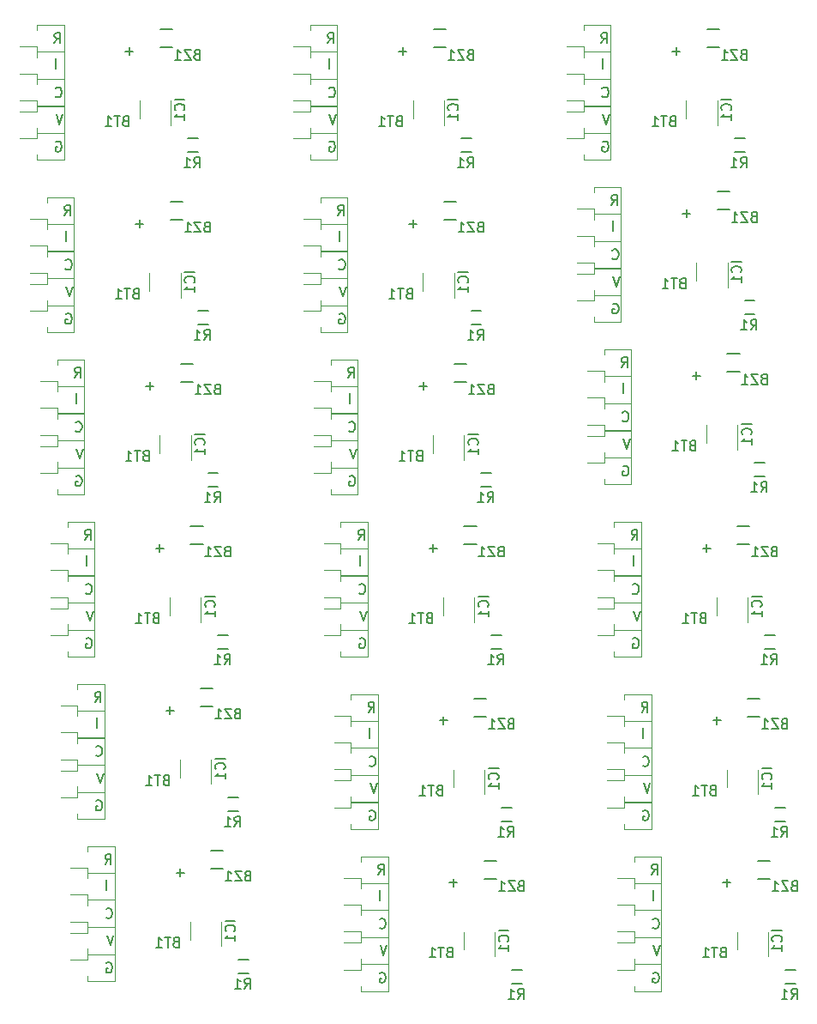
<source format=gbo>
%MOIN*%
%OFA0B0*%
%FSLAX46Y46*%
%IPPOS*%
%LPD*%
%ADD10C,0.0039370078740157488*%
%ADD11C,0.005905511811023622*%
%ADD12C,0.0047244094488188976*%
%ADD23C,0.0039370078740157488*%
%ADD24C,0.005905511811023622*%
%ADD25C,0.0047244094488188976*%
%ADD26C,0.0039370078740157488*%
%ADD27C,0.005905511811023622*%
%ADD28C,0.0047244094488188976*%
%ADD29C,0.0039370078740157488*%
%ADD30C,0.005905511811023622*%
%ADD31C,0.0047244094488188976*%
%ADD32C,0.0039370078740157488*%
%ADD33C,0.005905511811023622*%
%ADD34C,0.0047244094488188976*%
%ADD35C,0.0039370078740157488*%
%ADD36C,0.005905511811023622*%
%ADD37C,0.0047244094488188976*%
%ADD38C,0.0039370078740157488*%
%ADD39C,0.005905511811023622*%
%ADD40C,0.0047244094488188976*%
%ADD41C,0.0039370078740157488*%
%ADD42C,0.005905511811023622*%
%ADD43C,0.0047244094488188976*%
%ADD44C,0.0039370078740157488*%
%ADD45C,0.005905511811023622*%
%ADD46C,0.0047244094488188976*%
%ADD47C,0.0039370078740157488*%
%ADD48C,0.005905511811023622*%
%ADD49C,0.0047244094488188976*%
%ADD50C,0.0039370078740157488*%
%ADD51C,0.005905511811023622*%
%ADD52C,0.0047244094488188976*%
%ADD53C,0.0039370078740157488*%
%ADD54C,0.005905511811023622*%
%ADD55C,0.0047244094488188976*%
%ADD56C,0.0039370078740157488*%
%ADD57C,0.005905511811023622*%
%ADD58C,0.0047244094488188976*%
%ADD59C,0.0039370078740157488*%
%ADD60C,0.005905511811023622*%
%ADD61C,0.0047244094488188976*%
%ADD62C,0.0039370078740157488*%
%ADD63C,0.005905511811023622*%
%ADD64C,0.0047244094488188976*%
%ADD65C,0.0039370078740157488*%
%ADD66C,0.005905511811023622*%
%ADD67C,0.0047244094488188976*%
%ADD68C,0.0039370078740157488*%
%ADD69C,0.005905511811023622*%
%ADD70C,0.0047244094488188976*%
%ADD71C,0.0039370078740157488*%
%ADD72C,0.005905511811023622*%
%ADD73C,0.0047244094488188976*%
G01G01*
D10*
D11*
X0000914852Y0002699644D02*
X0000875482Y0002699644D01*
X0000875482Y0002646494D02*
X0000914852Y0002646494D01*
X0000816427Y0003122872D02*
X0000769183Y0003122872D01*
X0000769183Y0003053974D02*
X0000816427Y0003053974D01*
D12*
X0000688081Y0002778187D02*
X0000688081Y0002847478D01*
X0000808947Y0002847478D02*
X0000808947Y0002751809D01*
X0000394380Y0002700628D02*
X0000394380Y0002721494D01*
X0000394380Y0002721494D02*
X0000289655Y0002721494D01*
X0000289655Y0002721494D02*
X0000289655Y0002700628D01*
X0000394380Y0002637636D02*
X0000394380Y0002616770D01*
X0000394380Y0002616770D02*
X0000289655Y0002616770D01*
X0000289655Y0002616770D02*
X0000289655Y0002637636D01*
X0000394380Y0002721494D02*
X0000394380Y0002616770D01*
X0000289655Y0002700628D02*
X0000223907Y0002700628D01*
X0000394380Y0002804959D02*
X0000394380Y0002825825D01*
X0000394380Y0002825825D02*
X0000289655Y0002825825D01*
X0000289655Y0002825825D02*
X0000289655Y0002804959D01*
X0000394380Y0002741966D02*
X0000394380Y0002721100D01*
X0000394380Y0002721100D02*
X0000289655Y0002721100D01*
X0000289655Y0002721100D02*
X0000289655Y0002741966D01*
X0000394380Y0002825825D02*
X0000394380Y0002721100D01*
X0000289655Y0002804959D02*
X0000223907Y0002804959D01*
X0000289655Y0002952596D02*
X0000289655Y0002931730D01*
X0000289655Y0002931730D02*
X0000394380Y0002931730D01*
X0000394380Y0002931730D02*
X0000394380Y0002952596D01*
X0000289655Y0003015588D02*
X0000289655Y0003036455D01*
X0000289655Y0003036455D02*
X0000394380Y0003036455D01*
X0000394380Y0003036455D02*
X0000394380Y0003015588D01*
X0000394380Y0002931730D02*
X0000394380Y0003036455D01*
X0000289655Y0002952596D02*
X0000223907Y0002952596D01*
X0000289655Y0002848266D02*
X0000289655Y0002827400D01*
X0000289655Y0002827400D02*
X0000394380Y0002827400D01*
X0000394380Y0002827400D02*
X0000394380Y0002848266D01*
X0000289655Y0002911258D02*
X0000289655Y0002932124D01*
X0000289655Y0002932124D02*
X0000394380Y0002932124D01*
X0000394380Y0002932124D02*
X0000394380Y0002911258D01*
X0000394380Y0002827400D02*
X0000394380Y0002932124D01*
X0000289655Y0002848266D02*
X0000223907Y0002848266D01*
X0000289655Y0003056927D02*
X0000289655Y0003036061D01*
X0000289655Y0003036061D02*
X0000394380Y0003036061D01*
X0000394380Y0003036061D02*
X0000394380Y0003056927D01*
X0000289655Y0003119919D02*
X0000289655Y0003140785D01*
X0000289655Y0003140785D02*
X0000394380Y0003140785D01*
X0000394380Y0003140785D02*
X0000394380Y0003119919D01*
X0000394380Y0003036061D02*
X0000394380Y0003140785D01*
X0000289655Y0003056927D02*
X0000223907Y0003056927D01*
D11*
X0000899603Y0002587070D02*
X0000912726Y0002605817D01*
X0000922100Y0002587070D02*
X0000922100Y0002626440D01*
X0000907102Y0002626440D01*
X0000903352Y0002624565D01*
X0000901478Y0002622690D01*
X0000899603Y0002618941D01*
X0000899603Y0002613316D01*
X0000901478Y0002609567D01*
X0000903352Y0002607692D01*
X0000907102Y0002605817D01*
X0000922100Y0002605817D01*
X0000862108Y0002587070D02*
X0000884605Y0002587070D01*
X0000873356Y0002587070D02*
X0000873356Y0002626440D01*
X0000877106Y0002620815D01*
X0000880855Y0002617066D01*
X0000884605Y0002615191D01*
X0000910165Y0003026275D02*
X0000904541Y0003024400D01*
X0000902666Y0003022525D01*
X0000900792Y0003018776D01*
X0000900792Y0003013151D01*
X0000902666Y0003009402D01*
X0000904541Y0003007527D01*
X0000908291Y0003005652D01*
X0000923289Y0003005652D01*
X0000923289Y0003045022D01*
X0000910165Y0003045022D01*
X0000906416Y0003043148D01*
X0000904541Y0003041273D01*
X0000902666Y0003037523D01*
X0000902666Y0003033774D01*
X0000904541Y0003030024D01*
X0000906416Y0003028149D01*
X0000910165Y0003026275D01*
X0000923289Y0003026275D01*
X0000887668Y0003045022D02*
X0000861421Y0003045022D01*
X0000887668Y0003005652D01*
X0000861421Y0003005652D01*
X0000825801Y0003005652D02*
X0000848298Y0003005652D01*
X0000837050Y0003005652D02*
X0000837050Y0003045022D01*
X0000840799Y0003039398D01*
X0000844549Y0003035648D01*
X0000848298Y0003033774D01*
X0000632794Y0002768401D02*
X0000627169Y0002766526D01*
X0000625295Y0002764651D01*
X0000623420Y0002760902D01*
X0000623420Y0002755277D01*
X0000625295Y0002751528D01*
X0000627169Y0002749653D01*
X0000630919Y0002747778D01*
X0000645917Y0002747778D01*
X0000645917Y0002787148D01*
X0000632794Y0002787148D01*
X0000629044Y0002785274D01*
X0000627169Y0002783399D01*
X0000625295Y0002779649D01*
X0000625295Y0002775900D01*
X0000627169Y0002772150D01*
X0000629044Y0002770275D01*
X0000632794Y0002768401D01*
X0000645917Y0002768401D01*
X0000612171Y0002787148D02*
X0000589674Y0002787148D01*
X0000600923Y0002747778D02*
X0000600923Y0002787148D01*
X0000555928Y0002747778D02*
X0000578426Y0002747778D01*
X0000567177Y0002747778D02*
X0000567177Y0002787148D01*
X0000570927Y0002781524D01*
X0000574676Y0002777774D01*
X0000578426Y0002775900D01*
X0000664102Y0003038367D02*
X0000634106Y0003038367D01*
X0000649104Y0003023369D02*
X0000649104Y0003053365D01*
X0000863765Y0002851265D02*
X0000824395Y0002851265D01*
X0000860015Y0002810020D02*
X0000861890Y0002811895D01*
X0000863765Y0002817519D01*
X0000863765Y0002821269D01*
X0000861890Y0002826893D01*
X0000858141Y0002830643D01*
X0000854391Y0002832518D01*
X0000846892Y0002834392D01*
X0000841268Y0002834392D01*
X0000833769Y0002832518D01*
X0000830019Y0002830643D01*
X0000826270Y0002826893D01*
X0000824395Y0002821269D01*
X0000824395Y0002817519D01*
X0000826270Y0002811895D01*
X0000828144Y0002810020D01*
X0000863765Y0002772525D02*
X0000863765Y0002795022D01*
X0000863765Y0002783774D02*
X0000824395Y0002783774D01*
X0000830019Y0002787523D01*
X0000833769Y0002791273D01*
X0000835643Y0002795022D01*
X0000363202Y0002686848D02*
X0000366952Y0002688723D01*
X0000372576Y0002688723D01*
X0000378201Y0002686848D01*
X0000381950Y0002683099D01*
X0000383825Y0002679349D01*
X0000385700Y0002671850D01*
X0000385700Y0002666226D01*
X0000383825Y0002658727D01*
X0000381950Y0002654977D01*
X0000378201Y0002651228D01*
X0000372576Y0002649353D01*
X0000368827Y0002649353D01*
X0000363202Y0002651228D01*
X0000361328Y0002653103D01*
X0000361328Y0002666226D01*
X0000368827Y0002666226D01*
X0000390574Y0002795022D02*
X0000377451Y0002755652D01*
X0000364327Y0002795022D01*
X0000363671Y0002970219D02*
X0000363671Y0003009589D01*
X0000361328Y0002863732D02*
X0000363202Y0002861858D01*
X0000368827Y0002859983D01*
X0000372576Y0002859983D01*
X0000378201Y0002861858D01*
X0000381950Y0002865607D01*
X0000383825Y0002869357D01*
X0000385700Y0002876856D01*
X0000385700Y0002882480D01*
X0000383825Y0002889979D01*
X0000381950Y0002893729D01*
X0000378201Y0002897478D01*
X0000372576Y0002899353D01*
X0000368827Y0002899353D01*
X0000363202Y0002897478D01*
X0000361328Y0002895603D01*
X0000357391Y0003070613D02*
X0000370514Y0003089361D01*
X0000379888Y0003070613D02*
X0000379888Y0003109983D01*
X0000364890Y0003109983D01*
X0000361140Y0003108108D01*
X0000359265Y0003106233D01*
X0000357391Y0003102484D01*
X0000357391Y0003096860D01*
X0000359265Y0003093110D01*
X0000361140Y0003091235D01*
X0000364890Y0003089361D01*
X0000379888Y0003089361D01*
G04 next file*
G04 #@! TF.FileFunction,Legend,Bot*
G04 Gerber Fmt 4.6, Leading zero omitted, Abs format (unit mm)*
G04 Created by KiCad (PCBNEW 4.0.4-stable) date 08/29/17 21:10:05*
G01G01*
G04 APERTURE LIST*
G04 APERTURE END LIST*
D23*
D24*
X0000875482Y0003368935D02*
X0000836112Y0003368935D01*
X0000836112Y0003315785D02*
X0000875482Y0003315785D01*
X0000777057Y0003792163D02*
X0000729813Y0003792163D01*
X0000729813Y0003723266D02*
X0000777057Y0003723266D01*
D25*
X0000648711Y0003447478D02*
X0000648711Y0003516770D01*
X0000769577Y0003516770D02*
X0000769577Y0003421100D01*
X0000355010Y0003369919D02*
X0000355010Y0003390785D01*
X0000355010Y0003390785D02*
X0000250285Y0003390785D01*
X0000250285Y0003390785D02*
X0000250285Y0003369919D01*
X0000355010Y0003306927D02*
X0000355010Y0003286061D01*
X0000355010Y0003286061D02*
X0000250285Y0003286061D01*
X0000250285Y0003286061D02*
X0000250285Y0003306927D01*
X0000355010Y0003390785D02*
X0000355010Y0003286061D01*
X0000250285Y0003369919D02*
X0000184537Y0003369919D01*
X0000355010Y0003474250D02*
X0000355010Y0003495116D01*
X0000355010Y0003495116D02*
X0000250285Y0003495116D01*
X0000250285Y0003495116D02*
X0000250285Y0003474250D01*
X0000355010Y0003411258D02*
X0000355010Y0003390392D01*
X0000355010Y0003390392D02*
X0000250285Y0003390392D01*
X0000250285Y0003390392D02*
X0000250285Y0003411258D01*
X0000355010Y0003495116D02*
X0000355010Y0003390392D01*
X0000250285Y0003474250D02*
X0000184537Y0003474250D01*
X0000250285Y0003621888D02*
X0000250285Y0003601022D01*
X0000250285Y0003601022D02*
X0000355010Y0003601022D01*
X0000355010Y0003601022D02*
X0000355010Y0003621888D01*
X0000250285Y0003684880D02*
X0000250285Y0003705746D01*
X0000250285Y0003705746D02*
X0000355010Y0003705746D01*
X0000355010Y0003705746D02*
X0000355010Y0003684880D01*
X0000355010Y0003601022D02*
X0000355010Y0003705746D01*
X0000250285Y0003621888D02*
X0000184537Y0003621888D01*
X0000250285Y0003517557D02*
X0000250285Y0003496691D01*
X0000250285Y0003496691D02*
X0000355010Y0003496691D01*
X0000355010Y0003496691D02*
X0000355010Y0003517557D01*
X0000250285Y0003580549D02*
X0000250285Y0003601415D01*
X0000250285Y0003601415D02*
X0000355010Y0003601415D01*
X0000355010Y0003601415D02*
X0000355010Y0003580549D01*
X0000355010Y0003496691D02*
X0000355010Y0003601415D01*
X0000250285Y0003517557D02*
X0000184537Y0003517557D01*
X0000250285Y0003726218D02*
X0000250285Y0003705352D01*
X0000250285Y0003705352D02*
X0000355010Y0003705352D01*
X0000355010Y0003705352D02*
X0000355010Y0003726218D01*
X0000250285Y0003789211D02*
X0000250285Y0003810077D01*
X0000250285Y0003810077D02*
X0000355010Y0003810077D01*
X0000355010Y0003810077D02*
X0000355010Y0003789211D01*
X0000355010Y0003705352D02*
X0000355010Y0003810077D01*
X0000250285Y0003726218D02*
X0000184537Y0003726218D01*
D24*
X0000860233Y0003256361D02*
X0000873356Y0003275109D01*
X0000882730Y0003256361D02*
X0000882730Y0003295731D01*
X0000867732Y0003295731D01*
X0000863982Y0003293856D01*
X0000862108Y0003291981D01*
X0000860233Y0003288232D01*
X0000860233Y0003282608D01*
X0000862108Y0003278858D01*
X0000863982Y0003276983D01*
X0000867732Y0003275109D01*
X0000882730Y0003275109D01*
X0000822737Y0003256361D02*
X0000845235Y0003256361D01*
X0000833986Y0003256361D02*
X0000833986Y0003295731D01*
X0000837736Y0003290107D01*
X0000841485Y0003286357D01*
X0000845235Y0003284482D01*
X0000870795Y0003695566D02*
X0000865171Y0003693691D01*
X0000863296Y0003691816D01*
X0000861421Y0003688067D01*
X0000861421Y0003682443D01*
X0000863296Y0003678693D01*
X0000865171Y0003676818D01*
X0000868920Y0003674944D01*
X0000883919Y0003674944D01*
X0000883919Y0003714314D01*
X0000870795Y0003714314D01*
X0000867046Y0003712439D01*
X0000865171Y0003710564D01*
X0000863296Y0003706815D01*
X0000863296Y0003703065D01*
X0000865171Y0003699316D01*
X0000867046Y0003697441D01*
X0000870795Y0003695566D01*
X0000883919Y0003695566D01*
X0000848298Y0003714314D02*
X0000822051Y0003714314D01*
X0000848298Y0003674944D01*
X0000822051Y0003674944D01*
X0000786431Y0003674944D02*
X0000808928Y0003674944D01*
X0000797679Y0003674944D02*
X0000797679Y0003714314D01*
X0000801429Y0003708689D01*
X0000805178Y0003704940D01*
X0000808928Y0003703065D01*
X0000593424Y0003437692D02*
X0000587799Y0003435817D01*
X0000585925Y0003433942D01*
X0000584050Y0003430193D01*
X0000584050Y0003424569D01*
X0000585925Y0003420819D01*
X0000587799Y0003418944D01*
X0000591549Y0003417070D01*
X0000606547Y0003417070D01*
X0000606547Y0003456440D01*
X0000593424Y0003456440D01*
X0000589674Y0003454565D01*
X0000587799Y0003452690D01*
X0000585925Y0003448941D01*
X0000585925Y0003445191D01*
X0000587799Y0003441442D01*
X0000589674Y0003439567D01*
X0000593424Y0003437692D01*
X0000606547Y0003437692D01*
X0000572801Y0003456440D02*
X0000550304Y0003456440D01*
X0000561553Y0003417070D02*
X0000561553Y0003456440D01*
X0000516558Y0003417070D02*
X0000539055Y0003417070D01*
X0000527807Y0003417070D02*
X0000527807Y0003456440D01*
X0000531556Y0003450815D01*
X0000535306Y0003447066D01*
X0000539055Y0003445191D01*
X0000624732Y0003707658D02*
X0000594736Y0003707658D01*
X0000609734Y0003692660D02*
X0000609734Y0003722656D01*
X0000824395Y0003520557D02*
X0000785025Y0003520557D01*
X0000820645Y0003479312D02*
X0000822520Y0003481187D01*
X0000824395Y0003486811D01*
X0000824395Y0003490560D01*
X0000822520Y0003496185D01*
X0000818771Y0003499934D01*
X0000815021Y0003501809D01*
X0000807522Y0003503684D01*
X0000801898Y0003503684D01*
X0000794399Y0003501809D01*
X0000790649Y0003499934D01*
X0000786900Y0003496185D01*
X0000785025Y0003490560D01*
X0000785025Y0003486811D01*
X0000786900Y0003481187D01*
X0000788774Y0003479312D01*
X0000824395Y0003441816D02*
X0000824395Y0003464314D01*
X0000824395Y0003453065D02*
X0000785025Y0003453065D01*
X0000790649Y0003456815D01*
X0000794399Y0003460564D01*
X0000796273Y0003464314D01*
X0000323832Y0003356140D02*
X0000327582Y0003358014D01*
X0000333206Y0003358014D01*
X0000338831Y0003356140D01*
X0000342580Y0003352390D01*
X0000344455Y0003348641D01*
X0000346330Y0003341142D01*
X0000346330Y0003335517D01*
X0000344455Y0003328018D01*
X0000342580Y0003324269D01*
X0000338831Y0003320519D01*
X0000333206Y0003318644D01*
X0000329457Y0003318644D01*
X0000323832Y0003320519D01*
X0000321958Y0003322394D01*
X0000321958Y0003335517D01*
X0000329457Y0003335517D01*
X0000351204Y0003464314D02*
X0000338081Y0003424944D01*
X0000324957Y0003464314D01*
X0000324301Y0003639510D02*
X0000324301Y0003678881D01*
X0000321958Y0003533024D02*
X0000323832Y0003531149D01*
X0000329457Y0003529274D01*
X0000333206Y0003529274D01*
X0000338831Y0003531149D01*
X0000342580Y0003534899D01*
X0000344455Y0003538648D01*
X0000346330Y0003546147D01*
X0000346330Y0003551771D01*
X0000344455Y0003559271D01*
X0000342580Y0003563020D01*
X0000338831Y0003566770D01*
X0000333206Y0003568644D01*
X0000329457Y0003568644D01*
X0000323832Y0003566770D01*
X0000321958Y0003564895D01*
X0000318021Y0003739904D02*
X0000331144Y0003758652D01*
X0000340518Y0003739904D02*
X0000340518Y0003779274D01*
X0000325520Y0003779274D01*
X0000321770Y0003777400D01*
X0000319895Y0003775525D01*
X0000318021Y0003771775D01*
X0000318021Y0003766151D01*
X0000319895Y0003762401D01*
X0000321770Y0003760527D01*
X0000325520Y0003758652D01*
X0000340518Y0003758652D01*
G04 next file*
G04 #@! TF.FileFunction,Legend,Bot*
G04 Gerber Fmt 4.6, Leading zero omitted, Abs format (unit mm)*
G04 Created by KiCad (PCBNEW 4.0.4-stable) date 08/29/17 21:10:05*
G01G01*
G04 APERTURE LIST*
G04 APERTURE END LIST*
D26*
D27*
X0000954222Y0002069722D02*
X0000914852Y0002069722D01*
X0000914852Y0002016573D02*
X0000954222Y0002016573D01*
X0000855797Y0002492951D02*
X0000808553Y0002492951D01*
X0000808553Y0002424053D02*
X0000855797Y0002424053D01*
D28*
X0000727451Y0002148266D02*
X0000727451Y0002217557D01*
X0000848317Y0002217557D02*
X0000848317Y0002121888D01*
X0000433750Y0002070707D02*
X0000433750Y0002091573D01*
X0000433750Y0002091573D02*
X0000329025Y0002091573D01*
X0000329025Y0002091573D02*
X0000329025Y0002070707D01*
X0000433750Y0002007714D02*
X0000433750Y0001986848D01*
X0000433750Y0001986848D02*
X0000329025Y0001986848D01*
X0000329025Y0001986848D02*
X0000329025Y0002007714D01*
X0000433750Y0002091573D02*
X0000433750Y0001986848D01*
X0000329025Y0002070707D02*
X0000263277Y0002070707D01*
X0000433750Y0002175037D02*
X0000433750Y0002195903D01*
X0000433750Y0002195903D02*
X0000329025Y0002195903D01*
X0000329025Y0002195903D02*
X0000329025Y0002175037D01*
X0000433750Y0002112045D02*
X0000433750Y0002091179D01*
X0000433750Y0002091179D02*
X0000329025Y0002091179D01*
X0000329025Y0002091179D02*
X0000329025Y0002112045D01*
X0000433750Y0002195903D02*
X0000433750Y0002091179D01*
X0000329025Y0002175037D02*
X0000263277Y0002175037D01*
X0000329025Y0002322675D02*
X0000329025Y0002301809D01*
X0000329025Y0002301809D02*
X0000433750Y0002301809D01*
X0000433750Y0002301809D02*
X0000433750Y0002322675D01*
X0000329025Y0002385667D02*
X0000329025Y0002406533D01*
X0000329025Y0002406533D02*
X0000433750Y0002406533D01*
X0000433750Y0002406533D02*
X0000433750Y0002385667D01*
X0000433750Y0002301809D02*
X0000433750Y0002406533D01*
X0000329025Y0002322675D02*
X0000263277Y0002322675D01*
X0000329025Y0002218344D02*
X0000329025Y0002197478D01*
X0000329025Y0002197478D02*
X0000433750Y0002197478D01*
X0000433750Y0002197478D02*
X0000433750Y0002218344D01*
X0000329025Y0002281337D02*
X0000329025Y0002302203D01*
X0000329025Y0002302203D02*
X0000433750Y0002302203D01*
X0000433750Y0002302203D02*
X0000433750Y0002281337D01*
X0000433750Y0002197478D02*
X0000433750Y0002302203D01*
X0000329025Y0002218344D02*
X0000263277Y0002218344D01*
X0000329025Y0002427006D02*
X0000329025Y0002406140D01*
X0000329025Y0002406140D02*
X0000433750Y0002406140D01*
X0000433750Y0002406140D02*
X0000433750Y0002427006D01*
X0000329025Y0002489998D02*
X0000329025Y0002510864D01*
X0000329025Y0002510864D02*
X0000433750Y0002510864D01*
X0000433750Y0002510864D02*
X0000433750Y0002489998D01*
X0000433750Y0002406140D02*
X0000433750Y0002510864D01*
X0000329025Y0002427006D02*
X0000263277Y0002427006D01*
D27*
X0000938973Y0001957148D02*
X0000952096Y0001975896D01*
X0000961470Y0001957148D02*
X0000961470Y0001996518D01*
X0000946472Y0001996518D01*
X0000942722Y0001994644D01*
X0000940848Y0001992769D01*
X0000938973Y0001989019D01*
X0000938973Y0001983395D01*
X0000940848Y0001979645D01*
X0000942722Y0001977771D01*
X0000946472Y0001975896D01*
X0000961470Y0001975896D01*
X0000901478Y0001957148D02*
X0000923975Y0001957148D01*
X0000912726Y0001957148D02*
X0000912726Y0001996518D01*
X0000916476Y0001990894D01*
X0000920225Y0001987145D01*
X0000923975Y0001985270D01*
X0000949535Y0002396353D02*
X0000943911Y0002394479D01*
X0000942036Y0002392604D01*
X0000940162Y0002388854D01*
X0000940162Y0002383230D01*
X0000942036Y0002379480D01*
X0000943911Y0002377606D01*
X0000947661Y0002375731D01*
X0000962659Y0002375731D01*
X0000962659Y0002415101D01*
X0000949535Y0002415101D01*
X0000945786Y0002413226D01*
X0000943911Y0002411352D01*
X0000942036Y0002407602D01*
X0000942036Y0002403852D01*
X0000943911Y0002400103D01*
X0000945786Y0002398228D01*
X0000949535Y0002396353D01*
X0000962659Y0002396353D01*
X0000927038Y0002415101D02*
X0000900792Y0002415101D01*
X0000927038Y0002375731D01*
X0000900792Y0002375731D01*
X0000865171Y0002375731D02*
X0000887668Y0002375731D01*
X0000876420Y0002375731D02*
X0000876420Y0002415101D01*
X0000880169Y0002409477D01*
X0000883919Y0002405727D01*
X0000887668Y0002403852D01*
X0000672164Y0002138479D02*
X0000666540Y0002136605D01*
X0000664665Y0002134730D01*
X0000662790Y0002130980D01*
X0000662790Y0002125356D01*
X0000664665Y0002121606D01*
X0000666540Y0002119732D01*
X0000670289Y0002117857D01*
X0000685287Y0002117857D01*
X0000685287Y0002157227D01*
X0000672164Y0002157227D01*
X0000668414Y0002155352D01*
X0000666540Y0002153477D01*
X0000664665Y0002149728D01*
X0000664665Y0002145978D01*
X0000666540Y0002142229D01*
X0000668414Y0002140354D01*
X0000672164Y0002138479D01*
X0000685287Y0002138479D01*
X0000651541Y0002157227D02*
X0000629044Y0002157227D01*
X0000640293Y0002117857D02*
X0000640293Y0002157227D01*
X0000595298Y0002117857D02*
X0000617796Y0002117857D01*
X0000606547Y0002117857D02*
X0000606547Y0002157227D01*
X0000610297Y0002151603D01*
X0000614046Y0002147853D01*
X0000617796Y0002145978D01*
X0000703472Y0002408446D02*
X0000673476Y0002408446D01*
X0000688474Y0002393447D02*
X0000688474Y0002423444D01*
X0000903135Y0002221344D02*
X0000863765Y0002221344D01*
X0000899385Y0002180099D02*
X0000901260Y0002181974D01*
X0000903135Y0002187598D01*
X0000903135Y0002191348D01*
X0000901260Y0002196972D01*
X0000897511Y0002200722D01*
X0000893761Y0002202596D01*
X0000886262Y0002204471D01*
X0000880638Y0002204471D01*
X0000873139Y0002202596D01*
X0000869389Y0002200722D01*
X0000865640Y0002196972D01*
X0000863765Y0002191348D01*
X0000863765Y0002187598D01*
X0000865640Y0002181974D01*
X0000867514Y0002180099D01*
X0000903135Y0002142604D02*
X0000903135Y0002165101D01*
X0000903135Y0002153852D02*
X0000863765Y0002153852D01*
X0000869389Y0002157602D01*
X0000873139Y0002161352D01*
X0000875013Y0002165101D01*
X0000402573Y0002056927D02*
X0000406322Y0002058802D01*
X0000411946Y0002058802D01*
X0000417571Y0002056927D01*
X0000421320Y0002053178D01*
X0000423195Y0002049428D01*
X0000425070Y0002041929D01*
X0000425070Y0002036305D01*
X0000423195Y0002028806D01*
X0000421320Y0002025056D01*
X0000417571Y0002021307D01*
X0000411946Y0002019432D01*
X0000408197Y0002019432D01*
X0000402573Y0002021307D01*
X0000400698Y0002023181D01*
X0000400698Y0002036305D01*
X0000408197Y0002036305D01*
X0000429944Y0002165101D02*
X0000416821Y0002125731D01*
X0000403697Y0002165101D01*
X0000403041Y0002340298D02*
X0000403041Y0002379668D01*
X0000400698Y0002233811D02*
X0000402573Y0002231936D01*
X0000408197Y0002230062D01*
X0000411946Y0002230062D01*
X0000417571Y0002231936D01*
X0000421320Y0002235686D01*
X0000423195Y0002239435D01*
X0000425070Y0002246935D01*
X0000425070Y0002252559D01*
X0000423195Y0002260058D01*
X0000421320Y0002263807D01*
X0000417571Y0002267557D01*
X0000411946Y0002269432D01*
X0000408197Y0002269432D01*
X0000402573Y0002267557D01*
X0000400698Y0002265682D01*
X0000396761Y0002440692D02*
X0000409884Y0002459439D01*
X0000419258Y0002440692D02*
X0000419258Y0002480062D01*
X0000404260Y0002480062D01*
X0000400510Y0002478187D01*
X0000398635Y0002476312D01*
X0000396761Y0002472563D01*
X0000396761Y0002466938D01*
X0000398635Y0002463189D01*
X0000400510Y0002461314D01*
X0000404260Y0002459439D01*
X0000419258Y0002459439D01*
G04 next file*
G04 #@! TF.FileFunction,Legend,Bot*
G04 Gerber Fmt 4.6, Leading zero omitted, Abs format (unit mm)*
G04 Created by KiCad (PCBNEW 4.0.4-stable) date 08/29/17 21:10:05*
G01G01*
G04 APERTURE LIST*
G04 APERTURE END LIST*
D29*
D30*
X0000993592Y0001439801D02*
X0000954222Y0001439801D01*
X0000954222Y0001386651D02*
X0000993592Y0001386651D01*
X0000895167Y0001863029D02*
X0000847923Y0001863029D01*
X0000847923Y0001794132D02*
X0000895167Y0001794132D01*
D31*
X0000766821Y0001518344D02*
X0000766821Y0001587636D01*
X0000887687Y0001587636D02*
X0000887687Y0001491966D01*
X0000473120Y0001440785D02*
X0000473120Y0001461651D01*
X0000473120Y0001461651D02*
X0000368396Y0001461651D01*
X0000368396Y0001461651D02*
X0000368396Y0001440785D01*
X0000473120Y0001377793D02*
X0000473120Y0001356927D01*
X0000473120Y0001356927D02*
X0000368396Y0001356927D01*
X0000368396Y0001356927D02*
X0000368396Y0001377793D01*
X0000473120Y0001461651D02*
X0000473120Y0001356927D01*
X0000368396Y0001440785D02*
X0000302648Y0001440785D01*
X0000473120Y0001545116D02*
X0000473120Y0001565982D01*
X0000473120Y0001565982D02*
X0000368396Y0001565982D01*
X0000368396Y0001565982D02*
X0000368396Y0001545116D01*
X0000473120Y0001482124D02*
X0000473120Y0001461258D01*
X0000473120Y0001461258D02*
X0000368396Y0001461258D01*
X0000368396Y0001461258D02*
X0000368396Y0001482124D01*
X0000473120Y0001565982D02*
X0000473120Y0001461258D01*
X0000368396Y0001545116D02*
X0000302648Y0001545116D01*
X0000368396Y0001692754D02*
X0000368396Y0001671888D01*
X0000368396Y0001671888D02*
X0000473120Y0001671888D01*
X0000473120Y0001671888D02*
X0000473120Y0001692754D01*
X0000368396Y0001755746D02*
X0000368396Y0001776612D01*
X0000368396Y0001776612D02*
X0000473120Y0001776612D01*
X0000473120Y0001776612D02*
X0000473120Y0001755746D01*
X0000473120Y0001671888D02*
X0000473120Y0001776612D01*
X0000368396Y0001692754D02*
X0000302648Y0001692754D01*
X0000368396Y0001588423D02*
X0000368396Y0001567557D01*
X0000368396Y0001567557D02*
X0000473120Y0001567557D01*
X0000473120Y0001567557D02*
X0000473120Y0001588423D01*
X0000368396Y0001651415D02*
X0000368396Y0001672281D01*
X0000368396Y0001672281D02*
X0000473120Y0001672281D01*
X0000473120Y0001672281D02*
X0000473120Y0001651415D01*
X0000473120Y0001567557D02*
X0000473120Y0001672281D01*
X0000368396Y0001588423D02*
X0000302648Y0001588423D01*
X0000368396Y0001797085D02*
X0000368396Y0001776218D01*
X0000368396Y0001776218D02*
X0000473120Y0001776218D01*
X0000473120Y0001776218D02*
X0000473120Y0001797085D01*
X0000368396Y0001860077D02*
X0000368396Y0001880943D01*
X0000368396Y0001880943D02*
X0000473120Y0001880943D01*
X0000473120Y0001880943D02*
X0000473120Y0001860077D01*
X0000473120Y0001776218D02*
X0000473120Y0001880943D01*
X0000368396Y0001797085D02*
X0000302648Y0001797085D01*
D30*
X0000978343Y0001327227D02*
X0000991466Y0001345975D01*
X0001000840Y0001327227D02*
X0001000840Y0001366597D01*
X0000985842Y0001366597D01*
X0000982093Y0001364722D01*
X0000980218Y0001362848D01*
X0000978343Y0001359098D01*
X0000978343Y0001353474D01*
X0000980218Y0001349724D01*
X0000982093Y0001347849D01*
X0000985842Y0001345975D01*
X0001000840Y0001345975D01*
X0000940848Y0001327227D02*
X0000963345Y0001327227D01*
X0000952096Y0001327227D02*
X0000952096Y0001366597D01*
X0000955846Y0001360973D01*
X0000959595Y0001357223D01*
X0000963345Y0001355349D01*
X0000988905Y0001766432D02*
X0000983281Y0001764557D01*
X0000981406Y0001762683D01*
X0000979532Y0001758933D01*
X0000979532Y0001753309D01*
X0000981406Y0001749559D01*
X0000983281Y0001747684D01*
X0000987031Y0001745810D01*
X0001002029Y0001745810D01*
X0001002029Y0001785180D01*
X0000988905Y0001785180D01*
X0000985156Y0001783305D01*
X0000983281Y0001781430D01*
X0000981406Y0001777681D01*
X0000981406Y0001773931D01*
X0000983281Y0001770182D01*
X0000985156Y0001768307D01*
X0000988905Y0001766432D01*
X0001002029Y0001766432D01*
X0000966408Y0001785180D02*
X0000940162Y0001785180D01*
X0000966408Y0001745810D01*
X0000940162Y0001745810D01*
X0000904541Y0001745810D02*
X0000927038Y0001745810D01*
X0000915790Y0001745810D02*
X0000915790Y0001785180D01*
X0000919539Y0001779555D01*
X0000923289Y0001775806D01*
X0000927038Y0001773931D01*
X0000711534Y0001508558D02*
X0000705910Y0001506683D01*
X0000704035Y0001504809D01*
X0000702160Y0001501059D01*
X0000702160Y0001495435D01*
X0000704035Y0001491685D01*
X0000705910Y0001489810D01*
X0000709659Y0001487936D01*
X0000724657Y0001487936D01*
X0000724657Y0001527306D01*
X0000711534Y0001527306D01*
X0000707784Y0001525431D01*
X0000705910Y0001523556D01*
X0000704035Y0001519807D01*
X0000704035Y0001516057D01*
X0000705910Y0001512308D01*
X0000707784Y0001510433D01*
X0000711534Y0001508558D01*
X0000724657Y0001508558D01*
X0000690912Y0001527306D02*
X0000668414Y0001527306D01*
X0000679663Y0001487936D02*
X0000679663Y0001527306D01*
X0000634669Y0001487936D02*
X0000657166Y0001487936D01*
X0000645917Y0001487936D02*
X0000645917Y0001527306D01*
X0000649667Y0001521681D01*
X0000653416Y0001517932D01*
X0000657166Y0001516057D01*
X0000742842Y0001778524D02*
X0000712846Y0001778524D01*
X0000727844Y0001763526D02*
X0000727844Y0001793522D01*
X0000942505Y0001591423D02*
X0000903135Y0001591423D01*
X0000938756Y0001550178D02*
X0000940630Y0001552053D01*
X0000942505Y0001557677D01*
X0000942505Y0001561426D01*
X0000940630Y0001567051D01*
X0000936881Y0001570800D01*
X0000933131Y0001572675D01*
X0000925632Y0001574550D01*
X0000920008Y0001574550D01*
X0000912509Y0001572675D01*
X0000908759Y0001570800D01*
X0000905010Y0001567051D01*
X0000903135Y0001561426D01*
X0000903135Y0001557677D01*
X0000905010Y0001552053D01*
X0000906885Y0001550178D01*
X0000942505Y0001512683D02*
X0000942505Y0001535180D01*
X0000942505Y0001523931D02*
X0000903135Y0001523931D01*
X0000908759Y0001527681D01*
X0000912509Y0001531430D01*
X0000914384Y0001535180D01*
X0000441943Y0001427006D02*
X0000445692Y0001428881D01*
X0000451316Y0001428881D01*
X0000456941Y0001427006D01*
X0000460690Y0001423256D01*
X0000462565Y0001419507D01*
X0000464440Y0001412008D01*
X0000464440Y0001406383D01*
X0000462565Y0001398884D01*
X0000460690Y0001395135D01*
X0000456941Y0001391385D01*
X0000451316Y0001389510D01*
X0000447567Y0001389510D01*
X0000441943Y0001391385D01*
X0000440068Y0001393260D01*
X0000440068Y0001406383D01*
X0000447567Y0001406383D01*
X0000469314Y0001535180D02*
X0000456191Y0001495810D01*
X0000443067Y0001535180D01*
X0000442411Y0001710377D02*
X0000442411Y0001749747D01*
X0000440068Y0001603890D02*
X0000441943Y0001602015D01*
X0000447567Y0001600140D01*
X0000451316Y0001600140D01*
X0000456941Y0001602015D01*
X0000460690Y0001605765D01*
X0000462565Y0001609514D01*
X0000464440Y0001617013D01*
X0000464440Y0001622638D01*
X0000462565Y0001630137D01*
X0000460690Y0001633886D01*
X0000456941Y0001637636D01*
X0000451316Y0001639510D01*
X0000447567Y0001639510D01*
X0000441943Y0001637636D01*
X0000440068Y0001635761D01*
X0000436131Y0001810770D02*
X0000449254Y0001829518D01*
X0000458628Y0001810770D02*
X0000458628Y0001850140D01*
X0000443630Y0001850140D01*
X0000439880Y0001848266D01*
X0000438006Y0001846391D01*
X0000436131Y0001842641D01*
X0000436131Y0001837017D01*
X0000438006Y0001833268D01*
X0000439880Y0001831393D01*
X0000443630Y0001829518D01*
X0000458628Y0001829518D01*
G04 next file*
G04 #@! TF.FileFunction,Legend,Bot*
G04 Gerber Fmt 4.6, Leading zero omitted, Abs format (unit mm)*
G04 Created by KiCad (PCBNEW 4.0.4-stable) date 08/29/17 21:10:05*
G01G01*
G04 APERTURE LIST*
G04 APERTURE END LIST*
D32*
D33*
X0001032962Y0000809880D02*
X0000993592Y0000809880D01*
X0000993592Y0000756730D02*
X0001032962Y0000756730D01*
X0000934537Y0001233108D02*
X0000887293Y0001233108D01*
X0000887293Y0001164211D02*
X0000934537Y0001164211D01*
D34*
X0000806191Y0000888423D02*
X0000806191Y0000957714D01*
X0000927057Y0000957714D02*
X0000927057Y0000862045D01*
X0000512490Y0000810864D02*
X0000512490Y0000831730D01*
X0000512490Y0000831730D02*
X0000407766Y0000831730D01*
X0000407766Y0000831730D02*
X0000407766Y0000810864D01*
X0000512490Y0000747872D02*
X0000512490Y0000727006D01*
X0000512490Y0000727006D02*
X0000407766Y0000727006D01*
X0000407766Y0000727006D02*
X0000407766Y0000747872D01*
X0000512490Y0000831730D02*
X0000512490Y0000727006D01*
X0000407766Y0000810864D02*
X0000342018Y0000810864D01*
X0000512490Y0000915195D02*
X0000512490Y0000936061D01*
X0000512490Y0000936061D02*
X0000407766Y0000936061D01*
X0000407766Y0000936061D02*
X0000407766Y0000915195D01*
X0000512490Y0000852203D02*
X0000512490Y0000831337D01*
X0000512490Y0000831337D02*
X0000407766Y0000831337D01*
X0000407766Y0000831337D02*
X0000407766Y0000852203D01*
X0000512490Y0000936061D02*
X0000512490Y0000831337D01*
X0000407766Y0000915195D02*
X0000342018Y0000915195D01*
X0000407766Y0001062833D02*
X0000407766Y0001041966D01*
X0000407766Y0001041966D02*
X0000512490Y0001041966D01*
X0000512490Y0001041966D02*
X0000512490Y0001062833D01*
X0000407766Y0001125825D02*
X0000407766Y0001146691D01*
X0000407766Y0001146691D02*
X0000512490Y0001146691D01*
X0000512490Y0001146691D02*
X0000512490Y0001125825D01*
X0000512490Y0001041966D02*
X0000512490Y0001146691D01*
X0000407766Y0001062833D02*
X0000342018Y0001062833D01*
X0000407766Y0000958502D02*
X0000407766Y0000937636D01*
X0000407766Y0000937636D02*
X0000512490Y0000937636D01*
X0000512490Y0000937636D02*
X0000512490Y0000958502D01*
X0000407766Y0001021494D02*
X0000407766Y0001042360D01*
X0000407766Y0001042360D02*
X0000512490Y0001042360D01*
X0000512490Y0001042360D02*
X0000512490Y0001021494D01*
X0000512490Y0000937636D02*
X0000512490Y0001042360D01*
X0000407766Y0000958502D02*
X0000342018Y0000958502D01*
X0000407766Y0001167163D02*
X0000407766Y0001146297D01*
X0000407766Y0001146297D02*
X0000512490Y0001146297D01*
X0000512490Y0001146297D02*
X0000512490Y0001167163D01*
X0000407766Y0001230155D02*
X0000407766Y0001251022D01*
X0000407766Y0001251022D02*
X0000512490Y0001251022D01*
X0000512490Y0001251022D02*
X0000512490Y0001230155D01*
X0000512490Y0001146297D02*
X0000512490Y0001251022D01*
X0000407766Y0001167163D02*
X0000342018Y0001167163D01*
D33*
X0001017713Y0000697306D02*
X0001030837Y0000716053D01*
X0001040210Y0000697306D02*
X0001040210Y0000736676D01*
X0001025212Y0000736676D01*
X0001021463Y0000734801D01*
X0001019588Y0000732926D01*
X0001017713Y0000729177D01*
X0001017713Y0000723552D01*
X0001019588Y0000719803D01*
X0001021463Y0000717928D01*
X0001025212Y0000716053D01*
X0001040210Y0000716053D01*
X0000980218Y0000697306D02*
X0001002715Y0000697306D01*
X0000991466Y0000697306D02*
X0000991466Y0000736676D01*
X0000995216Y0000731052D01*
X0000998965Y0000727302D01*
X0001002715Y0000725427D01*
X0001028276Y0001136511D02*
X0001022651Y0001134636D01*
X0001020777Y0001132761D01*
X0001018902Y0001129012D01*
X0001018902Y0001123387D01*
X0001020777Y0001119638D01*
X0001022651Y0001117763D01*
X0001026401Y0001115888D01*
X0001041399Y0001115888D01*
X0001041399Y0001155259D01*
X0001028276Y0001155259D01*
X0001024526Y0001153384D01*
X0001022651Y0001151509D01*
X0001020777Y0001147759D01*
X0001020777Y0001144010D01*
X0001022651Y0001140260D01*
X0001024526Y0001138386D01*
X0001028276Y0001136511D01*
X0001041399Y0001136511D01*
X0001005778Y0001155259D02*
X0000979532Y0001155259D01*
X0001005778Y0001115888D01*
X0000979532Y0001115888D01*
X0000943911Y0001115888D02*
X0000966408Y0001115888D01*
X0000955160Y0001115888D02*
X0000955160Y0001155259D01*
X0000958909Y0001149634D01*
X0000962659Y0001145885D01*
X0000966408Y0001144010D01*
X0000750904Y0000878637D02*
X0000745280Y0000876762D01*
X0000743405Y0000874887D01*
X0000741530Y0000871138D01*
X0000741530Y0000865513D01*
X0000743405Y0000861764D01*
X0000745280Y0000859889D01*
X0000749029Y0000858014D01*
X0000764027Y0000858014D01*
X0000764027Y0000897385D01*
X0000750904Y0000897385D01*
X0000747154Y0000895510D01*
X0000745280Y0000893635D01*
X0000743405Y0000889885D01*
X0000743405Y0000886136D01*
X0000745280Y0000882386D01*
X0000747154Y0000880512D01*
X0000750904Y0000878637D01*
X0000764027Y0000878637D01*
X0000730282Y0000897385D02*
X0000707784Y0000897385D01*
X0000719033Y0000858014D02*
X0000719033Y0000897385D01*
X0000674039Y0000858014D02*
X0000696536Y0000858014D01*
X0000685287Y0000858014D02*
X0000685287Y0000897385D01*
X0000689037Y0000891760D01*
X0000692786Y0000888011D01*
X0000696536Y0000886136D01*
X0000782213Y0001148603D02*
X0000752216Y0001148603D01*
X0000767214Y0001133605D02*
X0000767214Y0001163601D01*
X0000981875Y0000961501D02*
X0000942505Y0000961501D01*
X0000978126Y0000920257D02*
X0000980000Y0000922131D01*
X0000981875Y0000927756D01*
X0000981875Y0000931505D01*
X0000980000Y0000937130D01*
X0000976251Y0000940879D01*
X0000972501Y0000942754D01*
X0000965002Y0000944629D01*
X0000959378Y0000944629D01*
X0000951879Y0000942754D01*
X0000948129Y0000940879D01*
X0000944380Y0000937130D01*
X0000942505Y0000931505D01*
X0000942505Y0000927756D01*
X0000944380Y0000922131D01*
X0000946255Y0000920257D01*
X0000981875Y0000882761D02*
X0000981875Y0000905259D01*
X0000981875Y0000894010D02*
X0000942505Y0000894010D01*
X0000948129Y0000897759D01*
X0000951879Y0000901509D01*
X0000953754Y0000905259D01*
X0000481313Y0000797085D02*
X0000485062Y0000798959D01*
X0000490687Y0000798959D01*
X0000496311Y0000797085D01*
X0000500060Y0000793335D01*
X0000501935Y0000789585D01*
X0000503810Y0000782086D01*
X0000503810Y0000776462D01*
X0000501935Y0000768963D01*
X0000500060Y0000765214D01*
X0000496311Y0000761464D01*
X0000490687Y0000759589D01*
X0000486937Y0000759589D01*
X0000481313Y0000761464D01*
X0000479438Y0000763339D01*
X0000479438Y0000776462D01*
X0000486937Y0000776462D01*
X0000508684Y0000905259D02*
X0000495561Y0000865888D01*
X0000482438Y0000905259D01*
X0000481781Y0001080455D02*
X0000481781Y0001119825D01*
X0000479438Y0000973969D02*
X0000481313Y0000972094D01*
X0000486937Y0000970219D01*
X0000490687Y0000970219D01*
X0000496311Y0000972094D01*
X0000500060Y0000975843D01*
X0000501935Y0000979593D01*
X0000503810Y0000987092D01*
X0000503810Y0000992716D01*
X0000501935Y0001000215D01*
X0000500060Y0001003965D01*
X0000496311Y0001007714D01*
X0000490687Y0001009589D01*
X0000486937Y0001009589D01*
X0000481313Y0001007714D01*
X0000479438Y0001005840D01*
X0000475501Y0001180849D02*
X0000488624Y0001199597D01*
X0000497998Y0001180849D02*
X0000497998Y0001220219D01*
X0000483000Y0001220219D01*
X0000479250Y0001218344D01*
X0000477376Y0001216470D01*
X0000475501Y0001212720D01*
X0000475501Y0001207096D01*
X0000477376Y0001203346D01*
X0000479250Y0001201472D01*
X0000483000Y0001199597D01*
X0000497998Y0001199597D01*
G04 next file*
G04 #@! TF.FileFunction,Legend,Bot*
G04 Gerber Fmt 4.6, Leading zero omitted, Abs format (unit mm)*
G04 Created by KiCad (PCBNEW 4.0.4-stable) date 08/29/17 21:10:05*
G01G01*
G04 APERTURE LIST*
G04 APERTURE END LIST*
D35*
D36*
X0001072333Y0000179959D02*
X0001032962Y0000179959D01*
X0001032962Y0000126809D02*
X0001072333Y0000126809D01*
X0000973907Y0000603187D02*
X0000926663Y0000603187D01*
X0000926663Y0000534289D02*
X0000973907Y0000534289D01*
D37*
X0000845561Y0000258502D02*
X0000845561Y0000327793D01*
X0000966427Y0000327793D02*
X0000966427Y0000232124D01*
X0000551860Y0000180943D02*
X0000551860Y0000201809D01*
X0000551860Y0000201809D02*
X0000447136Y0000201809D01*
X0000447136Y0000201809D02*
X0000447136Y0000180943D01*
X0000551860Y0000117951D02*
X0000551860Y0000097085D01*
X0000551860Y0000097085D02*
X0000447136Y0000097085D01*
X0000447136Y0000097085D02*
X0000447136Y0000117951D01*
X0000551860Y0000201809D02*
X0000551860Y0000097085D01*
X0000447136Y0000180943D02*
X0000381388Y0000180943D01*
X0000551860Y0000285274D02*
X0000551860Y0000306140D01*
X0000551860Y0000306140D02*
X0000447136Y0000306140D01*
X0000447136Y0000306140D02*
X0000447136Y0000285274D01*
X0000551860Y0000222281D02*
X0000551860Y0000201415D01*
X0000551860Y0000201415D02*
X0000447136Y0000201415D01*
X0000447136Y0000201415D02*
X0000447136Y0000222281D01*
X0000551860Y0000306140D02*
X0000551860Y0000201415D01*
X0000447136Y0000285274D02*
X0000381388Y0000285274D01*
X0000447136Y0000432911D02*
X0000447136Y0000412045D01*
X0000447136Y0000412045D02*
X0000551860Y0000412045D01*
X0000551860Y0000412045D02*
X0000551860Y0000432911D01*
X0000447136Y0000495903D02*
X0000447136Y0000516770D01*
X0000447136Y0000516770D02*
X0000551860Y0000516770D01*
X0000551860Y0000516770D02*
X0000551860Y0000495903D01*
X0000551860Y0000412045D02*
X0000551860Y0000516770D01*
X0000447136Y0000432911D02*
X0000381388Y0000432911D01*
X0000447136Y0000328581D02*
X0000447136Y0000307714D01*
X0000447136Y0000307714D02*
X0000551860Y0000307714D01*
X0000551860Y0000307714D02*
X0000551860Y0000328581D01*
X0000447136Y0000391573D02*
X0000447136Y0000412439D01*
X0000447136Y0000412439D02*
X0000551860Y0000412439D01*
X0000551860Y0000412439D02*
X0000551860Y0000391573D01*
X0000551860Y0000307714D02*
X0000551860Y0000412439D01*
X0000447136Y0000328581D02*
X0000381388Y0000328581D01*
X0000447136Y0000537242D02*
X0000447136Y0000516376D01*
X0000447136Y0000516376D02*
X0000551860Y0000516376D01*
X0000551860Y0000516376D02*
X0000551860Y0000537242D01*
X0000447136Y0000600234D02*
X0000447136Y0000621100D01*
X0000447136Y0000621100D02*
X0000551860Y0000621100D01*
X0000551860Y0000621100D02*
X0000551860Y0000600234D01*
X0000551860Y0000516376D02*
X0000551860Y0000621100D01*
X0000447136Y0000537242D02*
X0000381388Y0000537242D01*
D36*
X0001057083Y0000067385D02*
X0001070207Y0000086132D01*
X0001079580Y0000067385D02*
X0001079580Y0000106755D01*
X0001064582Y0000106755D01*
X0001060833Y0000104880D01*
X0001058958Y0000103005D01*
X0001057083Y0000099256D01*
X0001057083Y0000093631D01*
X0001058958Y0000089882D01*
X0001060833Y0000088007D01*
X0001064582Y0000086132D01*
X0001079580Y0000086132D01*
X0001019588Y0000067385D02*
X0001042085Y0000067385D01*
X0001030837Y0000067385D02*
X0001030837Y0000106755D01*
X0001034586Y0000101130D01*
X0001038336Y0000097381D01*
X0001042085Y0000095506D01*
X0001067646Y0000506590D02*
X0001062021Y0000504715D01*
X0001060147Y0000502840D01*
X0001058272Y0000499091D01*
X0001058272Y0000493466D01*
X0001060147Y0000489717D01*
X0001062021Y0000487842D01*
X0001065771Y0000485967D01*
X0001080769Y0000485967D01*
X0001080769Y0000525337D01*
X0001067646Y0000525337D01*
X0001063896Y0000523462D01*
X0001062021Y0000521588D01*
X0001060147Y0000517838D01*
X0001060147Y0000514089D01*
X0001062021Y0000510339D01*
X0001063896Y0000508464D01*
X0001067646Y0000506590D01*
X0001080769Y0000506590D01*
X0001045148Y0000525337D02*
X0001018902Y0000525337D01*
X0001045148Y0000485967D01*
X0001018902Y0000485967D01*
X0000983281Y0000485967D02*
X0001005778Y0000485967D01*
X0000994530Y0000485967D02*
X0000994530Y0000525337D01*
X0000998279Y0000519713D01*
X0001002029Y0000515963D01*
X0001005778Y0000514089D01*
X0000790274Y0000248716D02*
X0000784650Y0000246841D01*
X0000782775Y0000244966D01*
X0000780900Y0000241217D01*
X0000780900Y0000235592D01*
X0000782775Y0000231843D01*
X0000784650Y0000229968D01*
X0000788399Y0000228093D01*
X0000803397Y0000228093D01*
X0000803397Y0000267463D01*
X0000790274Y0000267463D01*
X0000786525Y0000265588D01*
X0000784650Y0000263714D01*
X0000782775Y0000259964D01*
X0000782775Y0000256215D01*
X0000784650Y0000252465D01*
X0000786525Y0000250590D01*
X0000790274Y0000248716D01*
X0000803397Y0000248716D01*
X0000769652Y0000267463D02*
X0000747154Y0000267463D01*
X0000758403Y0000228093D02*
X0000758403Y0000267463D01*
X0000713409Y0000228093D02*
X0000735906Y0000228093D01*
X0000724657Y0000228093D02*
X0000724657Y0000267463D01*
X0000728407Y0000261839D01*
X0000732156Y0000258089D01*
X0000735906Y0000256215D01*
X0000821583Y0000518682D02*
X0000791586Y0000518682D01*
X0000806585Y0000503684D02*
X0000806585Y0000533680D01*
X0001021245Y0000331580D02*
X0000981875Y0000331580D01*
X0001017496Y0000290335D02*
X0001019370Y0000292210D01*
X0001021245Y0000297834D01*
X0001021245Y0000301584D01*
X0001019370Y0000307208D01*
X0001015621Y0000310958D01*
X0001011871Y0000312833D01*
X0001004372Y0000314707D01*
X0000998748Y0000314707D01*
X0000991249Y0000312833D01*
X0000987499Y0000310958D01*
X0000983750Y0000307208D01*
X0000981875Y0000301584D01*
X0000981875Y0000297834D01*
X0000983750Y0000292210D01*
X0000985625Y0000290335D01*
X0001021245Y0000252840D02*
X0001021245Y0000275337D01*
X0001021245Y0000264089D02*
X0000981875Y0000264089D01*
X0000987499Y0000267838D01*
X0000991249Y0000271588D01*
X0000993124Y0000275337D01*
X0000520683Y0000167163D02*
X0000524432Y0000169038D01*
X0000530057Y0000169038D01*
X0000535681Y0000167163D01*
X0000539430Y0000163414D01*
X0000541305Y0000159664D01*
X0000543180Y0000152165D01*
X0000543180Y0000146541D01*
X0000541305Y0000139042D01*
X0000539430Y0000135292D01*
X0000535681Y0000131543D01*
X0000530057Y0000129668D01*
X0000526307Y0000129668D01*
X0000520683Y0000131543D01*
X0000518808Y0000133417D01*
X0000518808Y0000146541D01*
X0000526307Y0000146541D01*
X0000548054Y0000275337D02*
X0000534931Y0000235967D01*
X0000521808Y0000275337D01*
X0000521151Y0000450534D02*
X0000521151Y0000489904D01*
X0000518808Y0000344047D02*
X0000520683Y0000342173D01*
X0000526307Y0000340298D01*
X0000530057Y0000340298D01*
X0000535681Y0000342173D01*
X0000539430Y0000345922D01*
X0000541305Y0000349672D01*
X0000543180Y0000357171D01*
X0000543180Y0000362795D01*
X0000541305Y0000370294D01*
X0000539430Y0000374044D01*
X0000535681Y0000377793D01*
X0000530057Y0000379668D01*
X0000526307Y0000379668D01*
X0000520683Y0000377793D01*
X0000518808Y0000375918D01*
X0000514871Y0000550928D02*
X0000527994Y0000569675D01*
X0000537368Y0000550928D02*
X0000537368Y0000590298D01*
X0000522370Y0000590298D01*
X0000518621Y0000588423D01*
X0000516746Y0000586548D01*
X0000514871Y0000582799D01*
X0000514871Y0000577175D01*
X0000516746Y0000573425D01*
X0000518621Y0000571550D01*
X0000522370Y0000569675D01*
X0000537368Y0000569675D01*
G04 next file*
G04 #@! TF.FileFunction,Legend,Bot*
G04 Gerber Fmt 4.6, Leading zero omitted, Abs format (unit mm)*
G04 Created by KiCad (PCBNEW 4.0.4-stable) date 08/29/17 21:10:05*
G01G01*
G04 APERTURE LIST*
G04 APERTURE END LIST*
D38*
D39*
X0001938474Y0003368935D02*
X0001899104Y0003368935D01*
X0001899104Y0003315785D02*
X0001938474Y0003315785D01*
X0001840049Y0003792163D02*
X0001792805Y0003792163D01*
X0001792805Y0003723266D02*
X0001840049Y0003723266D01*
D40*
X0001711703Y0003447478D02*
X0001711703Y0003516770D01*
X0001832569Y0003516770D02*
X0001832569Y0003421100D01*
X0001418002Y0003369919D02*
X0001418002Y0003390785D01*
X0001418002Y0003390785D02*
X0001313277Y0003390785D01*
X0001313277Y0003390785D02*
X0001313277Y0003369919D01*
X0001418002Y0003306927D02*
X0001418002Y0003286061D01*
X0001418002Y0003286061D02*
X0001313277Y0003286061D01*
X0001313277Y0003286061D02*
X0001313277Y0003306927D01*
X0001418002Y0003390785D02*
X0001418002Y0003286061D01*
X0001313277Y0003369919D02*
X0001247529Y0003369919D01*
X0001418002Y0003474250D02*
X0001418002Y0003495116D01*
X0001418002Y0003495116D02*
X0001313277Y0003495116D01*
X0001313277Y0003495116D02*
X0001313277Y0003474250D01*
X0001418002Y0003411258D02*
X0001418002Y0003390392D01*
X0001418002Y0003390392D02*
X0001313277Y0003390392D01*
X0001313277Y0003390392D02*
X0001313277Y0003411258D01*
X0001418002Y0003495116D02*
X0001418002Y0003390392D01*
X0001313277Y0003474250D02*
X0001247529Y0003474250D01*
X0001313277Y0003621888D02*
X0001313277Y0003601022D01*
X0001313277Y0003601022D02*
X0001418002Y0003601022D01*
X0001418002Y0003601022D02*
X0001418002Y0003621888D01*
X0001313277Y0003684880D02*
X0001313277Y0003705746D01*
X0001313277Y0003705746D02*
X0001418002Y0003705746D01*
X0001418002Y0003705746D02*
X0001418002Y0003684880D01*
X0001418002Y0003601022D02*
X0001418002Y0003705746D01*
X0001313277Y0003621888D02*
X0001247529Y0003621888D01*
X0001313277Y0003517557D02*
X0001313277Y0003496691D01*
X0001313277Y0003496691D02*
X0001418002Y0003496691D01*
X0001418002Y0003496691D02*
X0001418002Y0003517557D01*
X0001313277Y0003580549D02*
X0001313277Y0003601415D01*
X0001313277Y0003601415D02*
X0001418002Y0003601415D01*
X0001418002Y0003601415D02*
X0001418002Y0003580549D01*
X0001418002Y0003496691D02*
X0001418002Y0003601415D01*
X0001313277Y0003517557D02*
X0001247529Y0003517557D01*
X0001313277Y0003726218D02*
X0001313277Y0003705352D01*
X0001313277Y0003705352D02*
X0001418002Y0003705352D01*
X0001418002Y0003705352D02*
X0001418002Y0003726218D01*
X0001313277Y0003789211D02*
X0001313277Y0003810077D01*
X0001313277Y0003810077D02*
X0001418002Y0003810077D01*
X0001418002Y0003810077D02*
X0001418002Y0003789211D01*
X0001418002Y0003705352D02*
X0001418002Y0003810077D01*
X0001313277Y0003726218D02*
X0001247529Y0003726218D01*
D39*
X0001923225Y0003256361D02*
X0001936348Y0003275109D01*
X0001945722Y0003256361D02*
X0001945722Y0003295731D01*
X0001930724Y0003295731D01*
X0001926974Y0003293856D01*
X0001925100Y0003291981D01*
X0001923225Y0003288232D01*
X0001923225Y0003282608D01*
X0001925100Y0003278858D01*
X0001926974Y0003276983D01*
X0001930724Y0003275109D01*
X0001945722Y0003275109D01*
X0001885730Y0003256361D02*
X0001908227Y0003256361D01*
X0001896978Y0003256361D02*
X0001896978Y0003295731D01*
X0001900728Y0003290107D01*
X0001904477Y0003286357D01*
X0001908227Y0003284482D01*
X0001933787Y0003695566D02*
X0001928163Y0003693691D01*
X0001926288Y0003691816D01*
X0001924414Y0003688067D01*
X0001924414Y0003682443D01*
X0001926288Y0003678693D01*
X0001928163Y0003676818D01*
X0001931913Y0003674944D01*
X0001946911Y0003674944D01*
X0001946911Y0003714314D01*
X0001933787Y0003714314D01*
X0001930038Y0003712439D01*
X0001928163Y0003710564D01*
X0001926288Y0003706815D01*
X0001926288Y0003703065D01*
X0001928163Y0003699316D01*
X0001930038Y0003697441D01*
X0001933787Y0003695566D01*
X0001946911Y0003695566D01*
X0001911290Y0003714314D02*
X0001885043Y0003714314D01*
X0001911290Y0003674944D01*
X0001885043Y0003674944D01*
X0001849423Y0003674944D02*
X0001871920Y0003674944D01*
X0001860672Y0003674944D02*
X0001860672Y0003714314D01*
X0001864421Y0003708689D01*
X0001868171Y0003704940D01*
X0001871920Y0003703065D01*
X0001656416Y0003437692D02*
X0001650791Y0003435817D01*
X0001648917Y0003433942D01*
X0001647042Y0003430193D01*
X0001647042Y0003424569D01*
X0001648917Y0003420819D01*
X0001650791Y0003418944D01*
X0001654541Y0003417070D01*
X0001669539Y0003417070D01*
X0001669539Y0003456440D01*
X0001656416Y0003456440D01*
X0001652666Y0003454565D01*
X0001650791Y0003452690D01*
X0001648917Y0003448941D01*
X0001648917Y0003445191D01*
X0001650791Y0003441442D01*
X0001652666Y0003439567D01*
X0001656416Y0003437692D01*
X0001669539Y0003437692D01*
X0001635793Y0003456440D02*
X0001613296Y0003456440D01*
X0001624545Y0003417070D02*
X0001624545Y0003456440D01*
X0001579550Y0003417070D02*
X0001602048Y0003417070D01*
X0001590799Y0003417070D02*
X0001590799Y0003456440D01*
X0001594549Y0003450815D01*
X0001598298Y0003447066D01*
X0001602048Y0003445191D01*
X0001687724Y0003707658D02*
X0001657728Y0003707658D01*
X0001672726Y0003692660D02*
X0001672726Y0003722656D01*
X0001887387Y0003520557D02*
X0001848017Y0003520557D01*
X0001883637Y0003479312D02*
X0001885512Y0003481187D01*
X0001887387Y0003486811D01*
X0001887387Y0003490560D01*
X0001885512Y0003496185D01*
X0001881763Y0003499934D01*
X0001878013Y0003501809D01*
X0001870514Y0003503684D01*
X0001864890Y0003503684D01*
X0001857391Y0003501809D01*
X0001853641Y0003499934D01*
X0001849892Y0003496185D01*
X0001848017Y0003490560D01*
X0001848017Y0003486811D01*
X0001849892Y0003481187D01*
X0001851766Y0003479312D01*
X0001887387Y0003441816D02*
X0001887387Y0003464314D01*
X0001887387Y0003453065D02*
X0001848017Y0003453065D01*
X0001853641Y0003456815D01*
X0001857391Y0003460564D01*
X0001859265Y0003464314D01*
X0001386825Y0003356140D02*
X0001390574Y0003358014D01*
X0001396198Y0003358014D01*
X0001401823Y0003356140D01*
X0001405572Y0003352390D01*
X0001407447Y0003348641D01*
X0001409322Y0003341142D01*
X0001409322Y0003335517D01*
X0001407447Y0003328018D01*
X0001405572Y0003324269D01*
X0001401823Y0003320519D01*
X0001396198Y0003318644D01*
X0001392449Y0003318644D01*
X0001386825Y0003320519D01*
X0001384950Y0003322394D01*
X0001384950Y0003335517D01*
X0001392449Y0003335517D01*
X0001414196Y0003464314D02*
X0001401073Y0003424944D01*
X0001387949Y0003464314D01*
X0001387293Y0003639510D02*
X0001387293Y0003678881D01*
X0001384950Y0003533024D02*
X0001386825Y0003531149D01*
X0001392449Y0003529274D01*
X0001396198Y0003529274D01*
X0001401823Y0003531149D01*
X0001405572Y0003534899D01*
X0001407447Y0003538648D01*
X0001409322Y0003546147D01*
X0001409322Y0003551771D01*
X0001407447Y0003559271D01*
X0001405572Y0003563020D01*
X0001401823Y0003566770D01*
X0001396198Y0003568644D01*
X0001392449Y0003568644D01*
X0001386825Y0003566770D01*
X0001384950Y0003564895D01*
X0001381013Y0003739904D02*
X0001394136Y0003758652D01*
X0001403510Y0003739904D02*
X0001403510Y0003779274D01*
X0001388512Y0003779274D01*
X0001384762Y0003777400D01*
X0001382887Y0003775525D01*
X0001381013Y0003771775D01*
X0001381013Y0003766151D01*
X0001382887Y0003762401D01*
X0001384762Y0003760527D01*
X0001388512Y0003758652D01*
X0001403510Y0003758652D01*
G04 next file*
G04 #@! TF.FileFunction,Legend,Bot*
G04 Gerber Fmt 4.6, Leading zero omitted, Abs format (unit mm)*
G04 Created by KiCad (PCBNEW 4.0.4-stable) date 08/29/17 21:10:05*
G01G01*
G04 APERTURE LIST*
G04 APERTURE END LIST*
D41*
D42*
X0002056585Y0001439801D02*
X0002017214Y0001439801D01*
X0002017214Y0001386651D02*
X0002056585Y0001386651D01*
X0001958159Y0001863029D02*
X0001910915Y0001863029D01*
X0001910915Y0001794132D02*
X0001958159Y0001794132D01*
D43*
X0001829813Y0001518344D02*
X0001829813Y0001587636D01*
X0001950679Y0001587636D02*
X0001950679Y0001491966D01*
X0001536112Y0001440785D02*
X0001536112Y0001461651D01*
X0001536112Y0001461651D02*
X0001431388Y0001461651D01*
X0001431388Y0001461651D02*
X0001431388Y0001440785D01*
X0001536112Y0001377793D02*
X0001536112Y0001356927D01*
X0001536112Y0001356927D02*
X0001431388Y0001356927D01*
X0001431388Y0001356927D02*
X0001431388Y0001377793D01*
X0001536112Y0001461651D02*
X0001536112Y0001356927D01*
X0001431388Y0001440785D02*
X0001365640Y0001440785D01*
X0001536112Y0001545116D02*
X0001536112Y0001565982D01*
X0001536112Y0001565982D02*
X0001431388Y0001565982D01*
X0001431388Y0001565982D02*
X0001431388Y0001545116D01*
X0001536112Y0001482124D02*
X0001536112Y0001461258D01*
X0001536112Y0001461258D02*
X0001431388Y0001461258D01*
X0001431388Y0001461258D02*
X0001431388Y0001482124D01*
X0001536112Y0001565982D02*
X0001536112Y0001461258D01*
X0001431388Y0001545116D02*
X0001365640Y0001545116D01*
X0001431388Y0001692754D02*
X0001431388Y0001671888D01*
X0001431388Y0001671888D02*
X0001536112Y0001671888D01*
X0001536112Y0001671888D02*
X0001536112Y0001692754D01*
X0001431388Y0001755746D02*
X0001431388Y0001776612D01*
X0001431388Y0001776612D02*
X0001536112Y0001776612D01*
X0001536112Y0001776612D02*
X0001536112Y0001755746D01*
X0001536112Y0001671888D02*
X0001536112Y0001776612D01*
X0001431388Y0001692754D02*
X0001365640Y0001692754D01*
X0001431388Y0001588423D02*
X0001431388Y0001567557D01*
X0001431388Y0001567557D02*
X0001536112Y0001567557D01*
X0001536112Y0001567557D02*
X0001536112Y0001588423D01*
X0001431388Y0001651415D02*
X0001431388Y0001672281D01*
X0001431388Y0001672281D02*
X0001536112Y0001672281D01*
X0001536112Y0001672281D02*
X0001536112Y0001651415D01*
X0001536112Y0001567557D02*
X0001536112Y0001672281D01*
X0001431388Y0001588423D02*
X0001365640Y0001588423D01*
X0001431388Y0001797085D02*
X0001431388Y0001776218D01*
X0001431388Y0001776218D02*
X0001536112Y0001776218D01*
X0001536112Y0001776218D02*
X0001536112Y0001797085D01*
X0001431388Y0001860077D02*
X0001431388Y0001880943D01*
X0001431388Y0001880943D02*
X0001536112Y0001880943D01*
X0001536112Y0001880943D02*
X0001536112Y0001860077D01*
X0001536112Y0001776218D02*
X0001536112Y0001880943D01*
X0001431388Y0001797085D02*
X0001365640Y0001797085D01*
D42*
X0002041335Y0001327227D02*
X0002054459Y0001345975D01*
X0002063832Y0001327227D02*
X0002063832Y0001366597D01*
X0002048834Y0001366597D01*
X0002045085Y0001364722D01*
X0002043210Y0001362848D01*
X0002041335Y0001359098D01*
X0002041335Y0001353474D01*
X0002043210Y0001349724D01*
X0002045085Y0001347849D01*
X0002048834Y0001345975D01*
X0002063832Y0001345975D01*
X0002003840Y0001327227D02*
X0002026337Y0001327227D01*
X0002015088Y0001327227D02*
X0002015088Y0001366597D01*
X0002018838Y0001360973D01*
X0002022588Y0001357223D01*
X0002026337Y0001355349D01*
X0002051898Y0001766432D02*
X0002046273Y0001764557D01*
X0002044399Y0001762683D01*
X0002042524Y0001758933D01*
X0002042524Y0001753309D01*
X0002044399Y0001749559D01*
X0002046273Y0001747684D01*
X0002050023Y0001745810D01*
X0002065021Y0001745810D01*
X0002065021Y0001785180D01*
X0002051898Y0001785180D01*
X0002048148Y0001783305D01*
X0002046273Y0001781430D01*
X0002044399Y0001777681D01*
X0002044399Y0001773931D01*
X0002046273Y0001770182D01*
X0002048148Y0001768307D01*
X0002051898Y0001766432D01*
X0002065021Y0001766432D01*
X0002029400Y0001785180D02*
X0002003154Y0001785180D01*
X0002029400Y0001745810D01*
X0002003154Y0001745810D01*
X0001967533Y0001745810D02*
X0001990030Y0001745810D01*
X0001978782Y0001745810D02*
X0001978782Y0001785180D01*
X0001982531Y0001779555D01*
X0001986281Y0001775806D01*
X0001990030Y0001773931D01*
X0001774526Y0001508558D02*
X0001768902Y0001506683D01*
X0001767027Y0001504809D01*
X0001765152Y0001501059D01*
X0001765152Y0001495435D01*
X0001767027Y0001491685D01*
X0001768902Y0001489810D01*
X0001772651Y0001487936D01*
X0001787649Y0001487936D01*
X0001787649Y0001527306D01*
X0001774526Y0001527306D01*
X0001770777Y0001525431D01*
X0001768902Y0001523556D01*
X0001767027Y0001519807D01*
X0001767027Y0001516057D01*
X0001768902Y0001512308D01*
X0001770777Y0001510433D01*
X0001774526Y0001508558D01*
X0001787649Y0001508558D01*
X0001753904Y0001527306D02*
X0001731406Y0001527306D01*
X0001742655Y0001487936D02*
X0001742655Y0001527306D01*
X0001697661Y0001487936D02*
X0001720158Y0001487936D01*
X0001708909Y0001487936D02*
X0001708909Y0001527306D01*
X0001712659Y0001521681D01*
X0001716408Y0001517932D01*
X0001720158Y0001516057D01*
X0001805835Y0001778524D02*
X0001775838Y0001778524D01*
X0001790836Y0001763526D02*
X0001790836Y0001793522D01*
X0002005497Y0001591423D02*
X0001966127Y0001591423D01*
X0002001748Y0001550178D02*
X0002003622Y0001552053D01*
X0002005497Y0001557677D01*
X0002005497Y0001561426D01*
X0002003622Y0001567051D01*
X0001999873Y0001570800D01*
X0001996123Y0001572675D01*
X0001988624Y0001574550D01*
X0001983000Y0001574550D01*
X0001975501Y0001572675D01*
X0001971751Y0001570800D01*
X0001968002Y0001567051D01*
X0001966127Y0001561426D01*
X0001966127Y0001557677D01*
X0001968002Y0001552053D01*
X0001969877Y0001550178D01*
X0002005497Y0001512683D02*
X0002005497Y0001535180D01*
X0002005497Y0001523931D02*
X0001966127Y0001523931D01*
X0001971751Y0001527681D01*
X0001975501Y0001531430D01*
X0001977376Y0001535180D01*
X0001504935Y0001427006D02*
X0001508684Y0001428881D01*
X0001514309Y0001428881D01*
X0001519933Y0001427006D01*
X0001523682Y0001423256D01*
X0001525557Y0001419507D01*
X0001527432Y0001412008D01*
X0001527432Y0001406383D01*
X0001525557Y0001398884D01*
X0001523682Y0001395135D01*
X0001519933Y0001391385D01*
X0001514309Y0001389510D01*
X0001510559Y0001389510D01*
X0001504935Y0001391385D01*
X0001503060Y0001393260D01*
X0001503060Y0001406383D01*
X0001510559Y0001406383D01*
X0001532306Y0001535180D02*
X0001519183Y0001495810D01*
X0001506060Y0001535180D01*
X0001505403Y0001710377D02*
X0001505403Y0001749747D01*
X0001503060Y0001603890D02*
X0001504935Y0001602015D01*
X0001510559Y0001600140D01*
X0001514309Y0001600140D01*
X0001519933Y0001602015D01*
X0001523682Y0001605765D01*
X0001525557Y0001609514D01*
X0001527432Y0001617013D01*
X0001527432Y0001622638D01*
X0001525557Y0001630137D01*
X0001523682Y0001633886D01*
X0001519933Y0001637636D01*
X0001514309Y0001639510D01*
X0001510559Y0001639510D01*
X0001504935Y0001637636D01*
X0001503060Y0001635761D01*
X0001499123Y0001810770D02*
X0001512246Y0001829518D01*
X0001521620Y0001810770D02*
X0001521620Y0001850140D01*
X0001506622Y0001850140D01*
X0001502872Y0001848266D01*
X0001500998Y0001846391D01*
X0001499123Y0001842641D01*
X0001499123Y0001837017D01*
X0001500998Y0001833268D01*
X0001502872Y0001831393D01*
X0001506622Y0001829518D01*
X0001521620Y0001829518D01*
G04 next file*
G04 #@! TF.FileFunction,Legend,Bot*
G04 Gerber Fmt 4.6, Leading zero omitted, Abs format (unit mm)*
G04 Created by KiCad (PCBNEW 4.0.4-stable) date 08/29/17 21:10:05*
G01G01*
G04 APERTURE LIST*
G04 APERTURE END LIST*
D44*
D45*
X0001977844Y0002699644D02*
X0001938474Y0002699644D01*
X0001938474Y0002646494D02*
X0001977844Y0002646494D01*
X0001879419Y0003122872D02*
X0001832175Y0003122872D01*
X0001832175Y0003053974D02*
X0001879419Y0003053974D01*
D46*
X0001751073Y0002778187D02*
X0001751073Y0002847478D01*
X0001871939Y0002847478D02*
X0001871939Y0002751809D01*
X0001457372Y0002700628D02*
X0001457372Y0002721494D01*
X0001457372Y0002721494D02*
X0001352648Y0002721494D01*
X0001352648Y0002721494D02*
X0001352648Y0002700628D01*
X0001457372Y0002637636D02*
X0001457372Y0002616770D01*
X0001457372Y0002616770D02*
X0001352648Y0002616770D01*
X0001352648Y0002616770D02*
X0001352648Y0002637636D01*
X0001457372Y0002721494D02*
X0001457372Y0002616770D01*
X0001352648Y0002700628D02*
X0001286900Y0002700628D01*
X0001457372Y0002804959D02*
X0001457372Y0002825825D01*
X0001457372Y0002825825D02*
X0001352648Y0002825825D01*
X0001352648Y0002825825D02*
X0001352648Y0002804959D01*
X0001457372Y0002741966D02*
X0001457372Y0002721100D01*
X0001457372Y0002721100D02*
X0001352648Y0002721100D01*
X0001352648Y0002721100D02*
X0001352648Y0002741966D01*
X0001457372Y0002825825D02*
X0001457372Y0002721100D01*
X0001352648Y0002804959D02*
X0001286900Y0002804959D01*
X0001352648Y0002952596D02*
X0001352648Y0002931730D01*
X0001352648Y0002931730D02*
X0001457372Y0002931730D01*
X0001457372Y0002931730D02*
X0001457372Y0002952596D01*
X0001352648Y0003015588D02*
X0001352648Y0003036455D01*
X0001352648Y0003036455D02*
X0001457372Y0003036455D01*
X0001457372Y0003036455D02*
X0001457372Y0003015588D01*
X0001457372Y0002931730D02*
X0001457372Y0003036455D01*
X0001352648Y0002952596D02*
X0001286900Y0002952596D01*
X0001352648Y0002848266D02*
X0001352648Y0002827400D01*
X0001352648Y0002827400D02*
X0001457372Y0002827400D01*
X0001457372Y0002827400D02*
X0001457372Y0002848266D01*
X0001352648Y0002911258D02*
X0001352648Y0002932124D01*
X0001352648Y0002932124D02*
X0001457372Y0002932124D01*
X0001457372Y0002932124D02*
X0001457372Y0002911258D01*
X0001457372Y0002827400D02*
X0001457372Y0002932124D01*
X0001352648Y0002848266D02*
X0001286900Y0002848266D01*
X0001352648Y0003056927D02*
X0001352648Y0003036061D01*
X0001352648Y0003036061D02*
X0001457372Y0003036061D01*
X0001457372Y0003036061D02*
X0001457372Y0003056927D01*
X0001352648Y0003119919D02*
X0001352648Y0003140785D01*
X0001352648Y0003140785D02*
X0001457372Y0003140785D01*
X0001457372Y0003140785D02*
X0001457372Y0003119919D01*
X0001457372Y0003036061D02*
X0001457372Y0003140785D01*
X0001352648Y0003056927D02*
X0001286900Y0003056927D01*
D45*
X0001962595Y0002587070D02*
X0001975718Y0002605817D01*
X0001985092Y0002587070D02*
X0001985092Y0002626440D01*
X0001970094Y0002626440D01*
X0001966345Y0002624565D01*
X0001964470Y0002622690D01*
X0001962595Y0002618941D01*
X0001962595Y0002613316D01*
X0001964470Y0002609567D01*
X0001966345Y0002607692D01*
X0001970094Y0002605817D01*
X0001985092Y0002605817D01*
X0001925100Y0002587070D02*
X0001947597Y0002587070D01*
X0001936348Y0002587070D02*
X0001936348Y0002626440D01*
X0001940098Y0002620815D01*
X0001943847Y0002617066D01*
X0001947597Y0002615191D01*
X0001973157Y0003026275D02*
X0001967533Y0003024400D01*
X0001965658Y0003022525D01*
X0001963784Y0003018776D01*
X0001963784Y0003013151D01*
X0001965658Y0003009402D01*
X0001967533Y0003007527D01*
X0001971283Y0003005652D01*
X0001986281Y0003005652D01*
X0001986281Y0003045022D01*
X0001973157Y0003045022D01*
X0001969408Y0003043148D01*
X0001967533Y0003041273D01*
X0001965658Y0003037523D01*
X0001965658Y0003033774D01*
X0001967533Y0003030024D01*
X0001969408Y0003028149D01*
X0001973157Y0003026275D01*
X0001986281Y0003026275D01*
X0001950660Y0003045022D02*
X0001924414Y0003045022D01*
X0001950660Y0003005652D01*
X0001924414Y0003005652D01*
X0001888793Y0003005652D02*
X0001911290Y0003005652D01*
X0001900042Y0003005652D02*
X0001900042Y0003045022D01*
X0001903791Y0003039398D01*
X0001907541Y0003035648D01*
X0001911290Y0003033774D01*
X0001695786Y0002768401D02*
X0001690162Y0002766526D01*
X0001688287Y0002764651D01*
X0001686412Y0002760902D01*
X0001686412Y0002755277D01*
X0001688287Y0002751528D01*
X0001690162Y0002749653D01*
X0001693911Y0002747778D01*
X0001708909Y0002747778D01*
X0001708909Y0002787148D01*
X0001695786Y0002787148D01*
X0001692036Y0002785274D01*
X0001690162Y0002783399D01*
X0001688287Y0002779649D01*
X0001688287Y0002775900D01*
X0001690162Y0002772150D01*
X0001692036Y0002770275D01*
X0001695786Y0002768401D01*
X0001708909Y0002768401D01*
X0001675163Y0002787148D02*
X0001652666Y0002787148D01*
X0001663915Y0002747778D02*
X0001663915Y0002787148D01*
X0001618920Y0002747778D02*
X0001641418Y0002747778D01*
X0001630169Y0002747778D02*
X0001630169Y0002787148D01*
X0001633919Y0002781524D01*
X0001637668Y0002777774D01*
X0001641418Y0002775900D01*
X0001727094Y0003038367D02*
X0001697098Y0003038367D01*
X0001712096Y0003023369D02*
X0001712096Y0003053365D01*
X0001926757Y0002851265D02*
X0001887387Y0002851265D01*
X0001923007Y0002810020D02*
X0001924882Y0002811895D01*
X0001926757Y0002817519D01*
X0001926757Y0002821269D01*
X0001924882Y0002826893D01*
X0001921133Y0002830643D01*
X0001917383Y0002832518D01*
X0001909884Y0002834392D01*
X0001904260Y0002834392D01*
X0001896761Y0002832518D01*
X0001893011Y0002830643D01*
X0001889262Y0002826893D01*
X0001887387Y0002821269D01*
X0001887387Y0002817519D01*
X0001889262Y0002811895D01*
X0001891136Y0002810020D01*
X0001926757Y0002772525D02*
X0001926757Y0002795022D01*
X0001926757Y0002783774D02*
X0001887387Y0002783774D01*
X0001893011Y0002787523D01*
X0001896761Y0002791273D01*
X0001898636Y0002795022D01*
X0001426195Y0002686848D02*
X0001429944Y0002688723D01*
X0001435568Y0002688723D01*
X0001441193Y0002686848D01*
X0001444942Y0002683099D01*
X0001446817Y0002679349D01*
X0001448692Y0002671850D01*
X0001448692Y0002666226D01*
X0001446817Y0002658727D01*
X0001444942Y0002654977D01*
X0001441193Y0002651228D01*
X0001435568Y0002649353D01*
X0001431819Y0002649353D01*
X0001426195Y0002651228D01*
X0001424320Y0002653103D01*
X0001424320Y0002666226D01*
X0001431819Y0002666226D01*
X0001453566Y0002795022D02*
X0001440443Y0002755652D01*
X0001427319Y0002795022D01*
X0001426663Y0002970219D02*
X0001426663Y0003009589D01*
X0001424320Y0002863732D02*
X0001426195Y0002861858D01*
X0001431819Y0002859983D01*
X0001435568Y0002859983D01*
X0001441193Y0002861858D01*
X0001444942Y0002865607D01*
X0001446817Y0002869357D01*
X0001448692Y0002876856D01*
X0001448692Y0002882480D01*
X0001446817Y0002889979D01*
X0001444942Y0002893729D01*
X0001441193Y0002897478D01*
X0001435568Y0002899353D01*
X0001431819Y0002899353D01*
X0001426195Y0002897478D01*
X0001424320Y0002895603D01*
X0001420383Y0003070613D02*
X0001433506Y0003089361D01*
X0001442880Y0003070613D02*
X0001442880Y0003109983D01*
X0001427882Y0003109983D01*
X0001424132Y0003108108D01*
X0001422258Y0003106233D01*
X0001420383Y0003102484D01*
X0001420383Y0003096860D01*
X0001422258Y0003093110D01*
X0001424132Y0003091235D01*
X0001427882Y0003089361D01*
X0001442880Y0003089361D01*
G04 next file*
G04 #@! TF.FileFunction,Legend,Bot*
G04 Gerber Fmt 4.6, Leading zero omitted, Abs format (unit mm)*
G04 Created by KiCad (PCBNEW 4.0.4-stable) date 08/29/17 21:10:05*
G01G01*
G04 APERTURE LIST*
G04 APERTURE END LIST*
D47*
D48*
X0002017214Y0002069722D02*
X0001977844Y0002069722D01*
X0001977844Y0002016573D02*
X0002017214Y0002016573D01*
X0001918789Y0002492951D02*
X0001871545Y0002492951D01*
X0001871545Y0002424053D02*
X0001918789Y0002424053D01*
D49*
X0001790443Y0002148266D02*
X0001790443Y0002217557D01*
X0001911309Y0002217557D02*
X0001911309Y0002121888D01*
X0001496742Y0002070707D02*
X0001496742Y0002091573D01*
X0001496742Y0002091573D02*
X0001392018Y0002091573D01*
X0001392018Y0002091573D02*
X0001392018Y0002070707D01*
X0001496742Y0002007714D02*
X0001496742Y0001986848D01*
X0001496742Y0001986848D02*
X0001392018Y0001986848D01*
X0001392018Y0001986848D02*
X0001392018Y0002007714D01*
X0001496742Y0002091573D02*
X0001496742Y0001986848D01*
X0001392018Y0002070707D02*
X0001326270Y0002070707D01*
X0001496742Y0002175037D02*
X0001496742Y0002195903D01*
X0001496742Y0002195903D02*
X0001392018Y0002195903D01*
X0001392018Y0002195903D02*
X0001392018Y0002175037D01*
X0001496742Y0002112045D02*
X0001496742Y0002091179D01*
X0001496742Y0002091179D02*
X0001392018Y0002091179D01*
X0001392018Y0002091179D02*
X0001392018Y0002112045D01*
X0001496742Y0002195903D02*
X0001496742Y0002091179D01*
X0001392018Y0002175037D02*
X0001326270Y0002175037D01*
X0001392018Y0002322675D02*
X0001392018Y0002301809D01*
X0001392018Y0002301809D02*
X0001496742Y0002301809D01*
X0001496742Y0002301809D02*
X0001496742Y0002322675D01*
X0001392018Y0002385667D02*
X0001392018Y0002406533D01*
X0001392018Y0002406533D02*
X0001496742Y0002406533D01*
X0001496742Y0002406533D02*
X0001496742Y0002385667D01*
X0001496742Y0002301809D02*
X0001496742Y0002406533D01*
X0001392018Y0002322675D02*
X0001326270Y0002322675D01*
X0001392018Y0002218344D02*
X0001392018Y0002197478D01*
X0001392018Y0002197478D02*
X0001496742Y0002197478D01*
X0001496742Y0002197478D02*
X0001496742Y0002218344D01*
X0001392018Y0002281337D02*
X0001392018Y0002302203D01*
X0001392018Y0002302203D02*
X0001496742Y0002302203D01*
X0001496742Y0002302203D02*
X0001496742Y0002281337D01*
X0001496742Y0002197478D02*
X0001496742Y0002302203D01*
X0001392018Y0002218344D02*
X0001326270Y0002218344D01*
X0001392018Y0002427006D02*
X0001392018Y0002406140D01*
X0001392018Y0002406140D02*
X0001496742Y0002406140D01*
X0001496742Y0002406140D02*
X0001496742Y0002427006D01*
X0001392018Y0002489998D02*
X0001392018Y0002510864D01*
X0001392018Y0002510864D02*
X0001496742Y0002510864D01*
X0001496742Y0002510864D02*
X0001496742Y0002489998D01*
X0001496742Y0002406140D02*
X0001496742Y0002510864D01*
X0001392018Y0002427006D02*
X0001326270Y0002427006D01*
D48*
X0002001965Y0001957148D02*
X0002015088Y0001975896D01*
X0002024462Y0001957148D02*
X0002024462Y0001996518D01*
X0002009464Y0001996518D01*
X0002005715Y0001994644D01*
X0002003840Y0001992769D01*
X0002001965Y0001989019D01*
X0002001965Y0001983395D01*
X0002003840Y0001979645D01*
X0002005715Y0001977771D01*
X0002009464Y0001975896D01*
X0002024462Y0001975896D01*
X0001964470Y0001957148D02*
X0001986967Y0001957148D01*
X0001975718Y0001957148D02*
X0001975718Y0001996518D01*
X0001979468Y0001990894D01*
X0001983217Y0001987145D01*
X0001986967Y0001985270D01*
X0002012528Y0002396353D02*
X0002006903Y0002394479D01*
X0002005028Y0002392604D01*
X0002003154Y0002388854D01*
X0002003154Y0002383230D01*
X0002005028Y0002379480D01*
X0002006903Y0002377606D01*
X0002010653Y0002375731D01*
X0002025651Y0002375731D01*
X0002025651Y0002415101D01*
X0002012528Y0002415101D01*
X0002008778Y0002413226D01*
X0002006903Y0002411352D01*
X0002005028Y0002407602D01*
X0002005028Y0002403852D01*
X0002006903Y0002400103D01*
X0002008778Y0002398228D01*
X0002012528Y0002396353D01*
X0002025651Y0002396353D01*
X0001990030Y0002415101D02*
X0001963784Y0002415101D01*
X0001990030Y0002375731D01*
X0001963784Y0002375731D01*
X0001928163Y0002375731D02*
X0001950660Y0002375731D01*
X0001939412Y0002375731D02*
X0001939412Y0002415101D01*
X0001943161Y0002409477D01*
X0001946911Y0002405727D01*
X0001950660Y0002403852D01*
X0001735156Y0002138479D02*
X0001729532Y0002136605D01*
X0001727657Y0002134730D01*
X0001725782Y0002130980D01*
X0001725782Y0002125356D01*
X0001727657Y0002121606D01*
X0001729532Y0002119732D01*
X0001733281Y0002117857D01*
X0001748279Y0002117857D01*
X0001748279Y0002157227D01*
X0001735156Y0002157227D01*
X0001731406Y0002155352D01*
X0001729532Y0002153477D01*
X0001727657Y0002149728D01*
X0001727657Y0002145978D01*
X0001729532Y0002142229D01*
X0001731406Y0002140354D01*
X0001735156Y0002138479D01*
X0001748279Y0002138479D01*
X0001714534Y0002157227D02*
X0001692036Y0002157227D01*
X0001703285Y0002117857D02*
X0001703285Y0002157227D01*
X0001658291Y0002117857D02*
X0001680788Y0002117857D01*
X0001669539Y0002117857D02*
X0001669539Y0002157227D01*
X0001673289Y0002151603D01*
X0001677038Y0002147853D01*
X0001680788Y0002145978D01*
X0001766465Y0002408446D02*
X0001736468Y0002408446D01*
X0001751466Y0002393447D02*
X0001751466Y0002423444D01*
X0001966127Y0002221344D02*
X0001926757Y0002221344D01*
X0001962378Y0002180099D02*
X0001964252Y0002181974D01*
X0001966127Y0002187598D01*
X0001966127Y0002191348D01*
X0001964252Y0002196972D01*
X0001960503Y0002200722D01*
X0001956753Y0002202596D01*
X0001949254Y0002204471D01*
X0001943630Y0002204471D01*
X0001936131Y0002202596D01*
X0001932381Y0002200722D01*
X0001928632Y0002196972D01*
X0001926757Y0002191348D01*
X0001926757Y0002187598D01*
X0001928632Y0002181974D01*
X0001930507Y0002180099D01*
X0001966127Y0002142604D02*
X0001966127Y0002165101D01*
X0001966127Y0002153852D02*
X0001926757Y0002153852D01*
X0001932381Y0002157602D01*
X0001936131Y0002161352D01*
X0001938006Y0002165101D01*
X0001465565Y0002056927D02*
X0001469314Y0002058802D01*
X0001474938Y0002058802D01*
X0001480563Y0002056927D01*
X0001484312Y0002053178D01*
X0001486187Y0002049428D01*
X0001488062Y0002041929D01*
X0001488062Y0002036305D01*
X0001486187Y0002028806D01*
X0001484312Y0002025056D01*
X0001480563Y0002021307D01*
X0001474938Y0002019432D01*
X0001471189Y0002019432D01*
X0001465565Y0002021307D01*
X0001463690Y0002023181D01*
X0001463690Y0002036305D01*
X0001471189Y0002036305D01*
X0001492936Y0002165101D02*
X0001479813Y0002125731D01*
X0001466690Y0002165101D01*
X0001466033Y0002340298D02*
X0001466033Y0002379668D01*
X0001463690Y0002233811D02*
X0001465565Y0002231936D01*
X0001471189Y0002230062D01*
X0001474938Y0002230062D01*
X0001480563Y0002231936D01*
X0001484312Y0002235686D01*
X0001486187Y0002239435D01*
X0001488062Y0002246935D01*
X0001488062Y0002252559D01*
X0001486187Y0002260058D01*
X0001484312Y0002263807D01*
X0001480563Y0002267557D01*
X0001474938Y0002269432D01*
X0001471189Y0002269432D01*
X0001465565Y0002267557D01*
X0001463690Y0002265682D01*
X0001459753Y0002440692D02*
X0001472876Y0002459439D01*
X0001482250Y0002440692D02*
X0001482250Y0002480062D01*
X0001467252Y0002480062D01*
X0001463502Y0002478187D01*
X0001461628Y0002476312D01*
X0001459753Y0002472563D01*
X0001459753Y0002466938D01*
X0001461628Y0002463189D01*
X0001463502Y0002461314D01*
X0001467252Y0002459439D01*
X0001482250Y0002459439D01*
G04 next file*
G04 #@! TF.FileFunction,Legend,Bot*
G04 Gerber Fmt 4.6, Leading zero omitted, Abs format (unit mm)*
G04 Created by KiCad (PCBNEW 4.0.4-stable) date 08/29/17 21:10:05*
G01G01*
G04 APERTURE LIST*
G04 APERTURE END LIST*
D50*
D51*
X0002095955Y0000770510D02*
X0002056585Y0000770510D01*
X0002056585Y0000717360D02*
X0002095955Y0000717360D01*
X0001997529Y0001193738D02*
X0001950285Y0001193738D01*
X0001950285Y0001124840D02*
X0001997529Y0001124840D01*
D52*
X0001869183Y0000849053D02*
X0001869183Y0000918344D01*
X0001990049Y0000918344D02*
X0001990049Y0000822675D01*
X0001575482Y0000771494D02*
X0001575482Y0000792360D01*
X0001575482Y0000792360D02*
X0001470758Y0000792360D01*
X0001470758Y0000792360D02*
X0001470758Y0000771494D01*
X0001575482Y0000708502D02*
X0001575482Y0000687636D01*
X0001575482Y0000687636D02*
X0001470758Y0000687636D01*
X0001470758Y0000687636D02*
X0001470758Y0000708502D01*
X0001575482Y0000792360D02*
X0001575482Y0000687636D01*
X0001470758Y0000771494D02*
X0001405010Y0000771494D01*
X0001575482Y0000875825D02*
X0001575482Y0000896691D01*
X0001575482Y0000896691D02*
X0001470758Y0000896691D01*
X0001470758Y0000896691D02*
X0001470758Y0000875825D01*
X0001575482Y0000812833D02*
X0001575482Y0000791966D01*
X0001575482Y0000791966D02*
X0001470758Y0000791966D01*
X0001470758Y0000791966D02*
X0001470758Y0000812833D01*
X0001575482Y0000896691D02*
X0001575482Y0000791966D01*
X0001470758Y0000875825D02*
X0001405010Y0000875825D01*
X0001470758Y0001023462D02*
X0001470758Y0001002596D01*
X0001470758Y0001002596D02*
X0001575482Y0001002596D01*
X0001575482Y0001002596D02*
X0001575482Y0001023462D01*
X0001470758Y0001086455D02*
X0001470758Y0001107321D01*
X0001470758Y0001107321D02*
X0001575482Y0001107321D01*
X0001575482Y0001107321D02*
X0001575482Y0001086455D01*
X0001575482Y0001002596D02*
X0001575482Y0001107321D01*
X0001470758Y0001023462D02*
X0001405010Y0001023462D01*
X0001470758Y0000919132D02*
X0001470758Y0000898266D01*
X0001470758Y0000898266D02*
X0001575482Y0000898266D01*
X0001575482Y0000898266D02*
X0001575482Y0000919132D01*
X0001470758Y0000982124D02*
X0001470758Y0001002990D01*
X0001470758Y0001002990D02*
X0001575482Y0001002990D01*
X0001575482Y0001002990D02*
X0001575482Y0000982124D01*
X0001575482Y0000898266D02*
X0001575482Y0001002990D01*
X0001470758Y0000919132D02*
X0001405010Y0000919132D01*
X0001470758Y0001127793D02*
X0001470758Y0001106927D01*
X0001470758Y0001106927D02*
X0001575482Y0001106927D01*
X0001575482Y0001106927D02*
X0001575482Y0001127793D01*
X0001470758Y0001190785D02*
X0001470758Y0001211651D01*
X0001470758Y0001211651D02*
X0001575482Y0001211651D01*
X0001575482Y0001211651D02*
X0001575482Y0001190785D01*
X0001575482Y0001106927D02*
X0001575482Y0001211651D01*
X0001470758Y0001127793D02*
X0001405010Y0001127793D01*
D51*
X0002080705Y0000657936D02*
X0002093829Y0000676683D01*
X0002103202Y0000657936D02*
X0002103202Y0000697306D01*
X0002088204Y0000697306D01*
X0002084455Y0000695431D01*
X0002082580Y0000693556D01*
X0002080705Y0000689807D01*
X0002080705Y0000684182D01*
X0002082580Y0000680433D01*
X0002084455Y0000678558D01*
X0002088204Y0000676683D01*
X0002103202Y0000676683D01*
X0002043210Y0000657936D02*
X0002065707Y0000657936D01*
X0002054459Y0000657936D02*
X0002054459Y0000697306D01*
X0002058208Y0000691681D01*
X0002061958Y0000687932D01*
X0002065707Y0000686057D01*
X0002091268Y0001097141D02*
X0002085643Y0001095266D01*
X0002083769Y0001093391D01*
X0002081894Y0001089642D01*
X0002081894Y0001084017D01*
X0002083769Y0001080268D01*
X0002085643Y0001078393D01*
X0002089393Y0001076518D01*
X0002104391Y0001076518D01*
X0002104391Y0001115888D01*
X0002091268Y0001115888D01*
X0002087518Y0001114014D01*
X0002085643Y0001112139D01*
X0002083769Y0001108389D01*
X0002083769Y0001104640D01*
X0002085643Y0001100890D01*
X0002087518Y0001099016D01*
X0002091268Y0001097141D01*
X0002104391Y0001097141D01*
X0002068771Y0001115888D02*
X0002042524Y0001115888D01*
X0002068771Y0001076518D01*
X0002042524Y0001076518D01*
X0002006903Y0001076518D02*
X0002029400Y0001076518D01*
X0002018152Y0001076518D02*
X0002018152Y0001115888D01*
X0002021901Y0001110264D01*
X0002025651Y0001106515D01*
X0002029400Y0001104640D01*
X0001813896Y0000839267D02*
X0001808272Y0000837392D01*
X0001806397Y0000835517D01*
X0001804522Y0000831768D01*
X0001804522Y0000826143D01*
X0001806397Y0000822394D01*
X0001808272Y0000820519D01*
X0001812021Y0000818644D01*
X0001827019Y0000818644D01*
X0001827019Y0000858014D01*
X0001813896Y0000858014D01*
X0001810147Y0000856140D01*
X0001808272Y0000854265D01*
X0001806397Y0000850515D01*
X0001806397Y0000846766D01*
X0001808272Y0000843016D01*
X0001810147Y0000841142D01*
X0001813896Y0000839267D01*
X0001827019Y0000839267D01*
X0001793274Y0000858014D02*
X0001770777Y0000858014D01*
X0001782025Y0000818644D02*
X0001782025Y0000858014D01*
X0001737031Y0000818644D02*
X0001759528Y0000818644D01*
X0001748279Y0000818644D02*
X0001748279Y0000858014D01*
X0001752029Y0000852390D01*
X0001755778Y0000848641D01*
X0001759528Y0000846766D01*
X0001845205Y0001109233D02*
X0001815208Y0001109233D01*
X0001830207Y0001094235D02*
X0001830207Y0001124231D01*
X0002044867Y0000922131D02*
X0002005497Y0000922131D01*
X0002041118Y0000880887D02*
X0002042992Y0000882761D01*
X0002044867Y0000888386D01*
X0002044867Y0000892135D01*
X0002042992Y0000897759D01*
X0002039243Y0000901509D01*
X0002035493Y0000903384D01*
X0002027994Y0000905259D01*
X0002022370Y0000905259D01*
X0002014871Y0000903384D01*
X0002011121Y0000901509D01*
X0002007372Y0000897759D01*
X0002005497Y0000892135D01*
X0002005497Y0000888386D01*
X0002007372Y0000882761D01*
X0002009247Y0000880887D01*
X0002044867Y0000843391D02*
X0002044867Y0000865888D01*
X0002044867Y0000854640D02*
X0002005497Y0000854640D01*
X0002011121Y0000858389D01*
X0002014871Y0000862139D01*
X0002016746Y0000865888D01*
X0001544305Y0000757714D02*
X0001548054Y0000759589D01*
X0001553679Y0000759589D01*
X0001559303Y0000757714D01*
X0001563052Y0000753965D01*
X0001564927Y0000750215D01*
X0001566802Y0000742716D01*
X0001566802Y0000737092D01*
X0001564927Y0000729593D01*
X0001563052Y0000725843D01*
X0001559303Y0000722094D01*
X0001553679Y0000720219D01*
X0001549929Y0000720219D01*
X0001544305Y0000722094D01*
X0001542430Y0000723969D01*
X0001542430Y0000737092D01*
X0001549929Y0000737092D01*
X0001571676Y0000865888D02*
X0001558553Y0000826518D01*
X0001545430Y0000865888D01*
X0001544774Y0001041085D02*
X0001544774Y0001080455D01*
X0001542430Y0000934599D02*
X0001544305Y0000932724D01*
X0001549929Y0000930849D01*
X0001553679Y0000930849D01*
X0001559303Y0000932724D01*
X0001563052Y0000936473D01*
X0001564927Y0000940223D01*
X0001566802Y0000947722D01*
X0001566802Y0000953346D01*
X0001564927Y0000960845D01*
X0001563052Y0000964595D01*
X0001559303Y0000968344D01*
X0001553679Y0000970219D01*
X0001549929Y0000970219D01*
X0001544305Y0000968344D01*
X0001542430Y0000966470D01*
X0001538493Y0001141479D02*
X0001551616Y0001160227D01*
X0001560990Y0001141479D02*
X0001560990Y0001180849D01*
X0001545992Y0001180849D01*
X0001542243Y0001178974D01*
X0001540368Y0001177100D01*
X0001538493Y0001173350D01*
X0001538493Y0001167726D01*
X0001540368Y0001163976D01*
X0001542243Y0001162101D01*
X0001545992Y0001160227D01*
X0001560990Y0001160227D01*
G04 next file*
G04 #@! TF.FileFunction,Legend,Bot*
G04 Gerber Fmt 4.6, Leading zero omitted, Abs format (unit mm)*
G04 Created by KiCad (PCBNEW 4.0.4-stable) date 08/29/17 21:10:05*
G01G01*
G04 APERTURE LIST*
G04 APERTURE END LIST*
D53*
D54*
X0002135325Y0000140588D02*
X0002095955Y0000140588D01*
X0002095955Y0000087439D02*
X0002135325Y0000087439D01*
X0002036900Y0000563817D02*
X0001989655Y0000563817D01*
X0001989655Y0000494919D02*
X0002036900Y0000494919D01*
D55*
X0001908553Y0000219132D02*
X0001908553Y0000288423D01*
X0002029419Y0000288423D02*
X0002029419Y0000192754D01*
X0001614852Y0000141573D02*
X0001614852Y0000162439D01*
X0001614852Y0000162439D02*
X0001510128Y0000162439D01*
X0001510128Y0000162439D02*
X0001510128Y0000141573D01*
X0001614852Y0000078581D02*
X0001614852Y0000057714D01*
X0001614852Y0000057714D02*
X0001510128Y0000057714D01*
X0001510128Y0000057714D02*
X0001510128Y0000078581D01*
X0001614852Y0000162439D02*
X0001614852Y0000057714D01*
X0001510128Y0000141573D02*
X0001444380Y0000141573D01*
X0001614852Y0000245903D02*
X0001614852Y0000266770D01*
X0001614852Y0000266770D02*
X0001510128Y0000266770D01*
X0001510128Y0000266770D02*
X0001510128Y0000245903D01*
X0001614852Y0000182911D02*
X0001614852Y0000162045D01*
X0001614852Y0000162045D02*
X0001510128Y0000162045D01*
X0001510128Y0000162045D02*
X0001510128Y0000182911D01*
X0001614852Y0000266770D02*
X0001614852Y0000162045D01*
X0001510128Y0000245903D02*
X0001444380Y0000245903D01*
X0001510128Y0000393541D02*
X0001510128Y0000372675D01*
X0001510128Y0000372675D02*
X0001614852Y0000372675D01*
X0001614852Y0000372675D02*
X0001614852Y0000393541D01*
X0001510128Y0000456533D02*
X0001510128Y0000477400D01*
X0001510128Y0000477400D02*
X0001614852Y0000477400D01*
X0001614852Y0000477400D02*
X0001614852Y0000456533D01*
X0001614852Y0000372675D02*
X0001614852Y0000477400D01*
X0001510128Y0000393541D02*
X0001444380Y0000393541D01*
X0001510128Y0000289211D02*
X0001510128Y0000268344D01*
X0001510128Y0000268344D02*
X0001614852Y0000268344D01*
X0001614852Y0000268344D02*
X0001614852Y0000289211D01*
X0001510128Y0000352203D02*
X0001510128Y0000373069D01*
X0001510128Y0000373069D02*
X0001614852Y0000373069D01*
X0001614852Y0000373069D02*
X0001614852Y0000352203D01*
X0001614852Y0000268344D02*
X0001614852Y0000373069D01*
X0001510128Y0000289211D02*
X0001444380Y0000289211D01*
X0001510128Y0000497872D02*
X0001510128Y0000477006D01*
X0001510128Y0000477006D02*
X0001614852Y0000477006D01*
X0001614852Y0000477006D02*
X0001614852Y0000497872D01*
X0001510128Y0000560864D02*
X0001510128Y0000581730D01*
X0001510128Y0000581730D02*
X0001614852Y0000581730D01*
X0001614852Y0000581730D02*
X0001614852Y0000560864D01*
X0001614852Y0000477006D02*
X0001614852Y0000581730D01*
X0001510128Y0000497872D02*
X0001444380Y0000497872D01*
D54*
X0002120075Y0000028014D02*
X0002133199Y0000046762D01*
X0002142573Y0000028014D02*
X0002142573Y0000067385D01*
X0002127574Y0000067385D01*
X0002123825Y0000065510D01*
X0002121950Y0000063635D01*
X0002120075Y0000059885D01*
X0002120075Y0000054261D01*
X0002121950Y0000050512D01*
X0002123825Y0000048637D01*
X0002127574Y0000046762D01*
X0002142573Y0000046762D01*
X0002082580Y0000028014D02*
X0002105077Y0000028014D01*
X0002093829Y0000028014D02*
X0002093829Y0000067385D01*
X0002097578Y0000061760D01*
X0002101328Y0000058011D01*
X0002105077Y0000056136D01*
X0002130638Y0000467220D02*
X0002125013Y0000465345D01*
X0002123139Y0000463470D01*
X0002121264Y0000459720D01*
X0002121264Y0000454096D01*
X0002123139Y0000450347D01*
X0002125013Y0000448472D01*
X0002128763Y0000446597D01*
X0002143761Y0000446597D01*
X0002143761Y0000485967D01*
X0002130638Y0000485967D01*
X0002126888Y0000484092D01*
X0002125013Y0000482218D01*
X0002123139Y0000478468D01*
X0002123139Y0000474719D01*
X0002125013Y0000470969D01*
X0002126888Y0000469094D01*
X0002130638Y0000467220D01*
X0002143761Y0000467220D01*
X0002108141Y0000485967D02*
X0002081894Y0000485967D01*
X0002108141Y0000446597D01*
X0002081894Y0000446597D01*
X0002046273Y0000446597D02*
X0002068771Y0000446597D01*
X0002057522Y0000446597D02*
X0002057522Y0000485967D01*
X0002061271Y0000480343D01*
X0002065021Y0000476593D01*
X0002068771Y0000474719D01*
X0001853266Y0000209346D02*
X0001847642Y0000207471D01*
X0001845767Y0000205596D01*
X0001843892Y0000201846D01*
X0001843892Y0000196222D01*
X0001845767Y0000192473D01*
X0001847642Y0000190598D01*
X0001851391Y0000188723D01*
X0001866390Y0000188723D01*
X0001866390Y0000228093D01*
X0001853266Y0000228093D01*
X0001849517Y0000226218D01*
X0001847642Y0000224344D01*
X0001845767Y0000220594D01*
X0001845767Y0000216845D01*
X0001847642Y0000213095D01*
X0001849517Y0000211220D01*
X0001853266Y0000209346D01*
X0001866390Y0000209346D01*
X0001832644Y0000228093D02*
X0001810147Y0000228093D01*
X0001821395Y0000188723D02*
X0001821395Y0000228093D01*
X0001776401Y0000188723D02*
X0001798898Y0000188723D01*
X0001787649Y0000188723D02*
X0001787649Y0000228093D01*
X0001791399Y0000222469D01*
X0001795148Y0000218719D01*
X0001798898Y0000216845D01*
X0001884575Y0000479312D02*
X0001854579Y0000479312D01*
X0001869577Y0000464314D02*
X0001869577Y0000494310D01*
X0002084237Y0000292210D02*
X0002044867Y0000292210D01*
X0002080488Y0000250965D02*
X0002082363Y0000252840D01*
X0002084237Y0000258464D01*
X0002084237Y0000262214D01*
X0002082363Y0000267838D01*
X0002078613Y0000271588D01*
X0002074864Y0000273462D01*
X0002067364Y0000275337D01*
X0002061740Y0000275337D01*
X0002054241Y0000273462D01*
X0002050492Y0000271588D01*
X0002046742Y0000267838D01*
X0002044867Y0000262214D01*
X0002044867Y0000258464D01*
X0002046742Y0000252840D01*
X0002048617Y0000250965D01*
X0002084237Y0000213470D02*
X0002084237Y0000235967D01*
X0002084237Y0000224719D02*
X0002044867Y0000224719D01*
X0002050492Y0000228468D01*
X0002054241Y0000232218D01*
X0002056116Y0000235967D01*
X0001583675Y0000127793D02*
X0001587424Y0000129668D01*
X0001593049Y0000129668D01*
X0001598673Y0000127793D01*
X0001602423Y0000124044D01*
X0001604297Y0000120294D01*
X0001606172Y0000112795D01*
X0001606172Y0000107171D01*
X0001604297Y0000099672D01*
X0001602423Y0000095922D01*
X0001598673Y0000092173D01*
X0001593049Y0000090298D01*
X0001589299Y0000090298D01*
X0001583675Y0000092173D01*
X0001581800Y0000094047D01*
X0001581800Y0000107171D01*
X0001589299Y0000107171D01*
X0001611046Y0000235967D02*
X0001597923Y0000196597D01*
X0001584800Y0000235967D01*
X0001584144Y0000411164D02*
X0001584144Y0000450534D01*
X0001581800Y0000304677D02*
X0001583675Y0000302803D01*
X0001589299Y0000300928D01*
X0001593049Y0000300928D01*
X0001598673Y0000302803D01*
X0001602423Y0000306552D01*
X0001604297Y0000310302D01*
X0001606172Y0000317801D01*
X0001606172Y0000323425D01*
X0001604297Y0000330924D01*
X0001602423Y0000334674D01*
X0001598673Y0000338423D01*
X0001593049Y0000340298D01*
X0001589299Y0000340298D01*
X0001583675Y0000338423D01*
X0001581800Y0000336548D01*
X0001577863Y0000511558D02*
X0001590987Y0000530305D01*
X0001600360Y0000511558D02*
X0001600360Y0000550928D01*
X0001585362Y0000550928D01*
X0001581613Y0000549053D01*
X0001579738Y0000547178D01*
X0001577863Y0000543429D01*
X0001577863Y0000537804D01*
X0001579738Y0000534055D01*
X0001581613Y0000532180D01*
X0001585362Y0000530305D01*
X0001600360Y0000530305D01*
G04 next file*
G04 #@! TF.FileFunction,Legend,Bot*
G04 Gerber Fmt 4.6, Leading zero omitted, Abs format (unit mm)*
G04 Created by KiCad (PCBNEW 4.0.4-stable) date 08/29/17 21:10:05*
G01G01*
G04 APERTURE LIST*
G04 APERTURE END LIST*
D56*
D57*
X0003001466Y0003368935D02*
X0002962096Y0003368935D01*
X0002962096Y0003315785D02*
X0003001466Y0003315785D01*
X0002903041Y0003792163D02*
X0002855797Y0003792163D01*
X0002855797Y0003723266D02*
X0002903041Y0003723266D01*
D58*
X0002774695Y0003447478D02*
X0002774695Y0003516770D01*
X0002895561Y0003516770D02*
X0002895561Y0003421100D01*
X0002480994Y0003369919D02*
X0002480994Y0003390785D01*
X0002480994Y0003390785D02*
X0002376270Y0003390785D01*
X0002376270Y0003390785D02*
X0002376270Y0003369919D01*
X0002480994Y0003306927D02*
X0002480994Y0003286061D01*
X0002480994Y0003286061D02*
X0002376270Y0003286061D01*
X0002376270Y0003286061D02*
X0002376270Y0003306927D01*
X0002480994Y0003390785D02*
X0002480994Y0003286061D01*
X0002376270Y0003369919D02*
X0002310522Y0003369919D01*
X0002480994Y0003474250D02*
X0002480994Y0003495116D01*
X0002480994Y0003495116D02*
X0002376270Y0003495116D01*
X0002376270Y0003495116D02*
X0002376270Y0003474250D01*
X0002480994Y0003411258D02*
X0002480994Y0003390392D01*
X0002480994Y0003390392D02*
X0002376270Y0003390392D01*
X0002376270Y0003390392D02*
X0002376270Y0003411258D01*
X0002480994Y0003495116D02*
X0002480994Y0003390392D01*
X0002376270Y0003474250D02*
X0002310522Y0003474250D01*
X0002376270Y0003621888D02*
X0002376270Y0003601022D01*
X0002376270Y0003601022D02*
X0002480994Y0003601022D01*
X0002480994Y0003601022D02*
X0002480994Y0003621888D01*
X0002376270Y0003684880D02*
X0002376270Y0003705746D01*
X0002376270Y0003705746D02*
X0002480994Y0003705746D01*
X0002480994Y0003705746D02*
X0002480994Y0003684880D01*
X0002480994Y0003601022D02*
X0002480994Y0003705746D01*
X0002376270Y0003621888D02*
X0002310522Y0003621888D01*
X0002376270Y0003517557D02*
X0002376270Y0003496691D01*
X0002376270Y0003496691D02*
X0002480994Y0003496691D01*
X0002480994Y0003496691D02*
X0002480994Y0003517557D01*
X0002376270Y0003580549D02*
X0002376270Y0003601415D01*
X0002376270Y0003601415D02*
X0002480994Y0003601415D01*
X0002480994Y0003601415D02*
X0002480994Y0003580549D01*
X0002480994Y0003496691D02*
X0002480994Y0003601415D01*
X0002376270Y0003517557D02*
X0002310522Y0003517557D01*
X0002376270Y0003726218D02*
X0002376270Y0003705352D01*
X0002376270Y0003705352D02*
X0002480994Y0003705352D01*
X0002480994Y0003705352D02*
X0002480994Y0003726218D01*
X0002376270Y0003789211D02*
X0002376270Y0003810077D01*
X0002376270Y0003810077D02*
X0002480994Y0003810077D01*
X0002480994Y0003810077D02*
X0002480994Y0003789211D01*
X0002480994Y0003705352D02*
X0002480994Y0003810077D01*
X0002376270Y0003726218D02*
X0002310522Y0003726218D01*
D57*
X0002986217Y0003256361D02*
X0002999340Y0003275109D01*
X0003008714Y0003256361D02*
X0003008714Y0003295731D01*
X0002993716Y0003295731D01*
X0002989967Y0003293856D01*
X0002988092Y0003291981D01*
X0002986217Y0003288232D01*
X0002986217Y0003282608D01*
X0002988092Y0003278858D01*
X0002989967Y0003276983D01*
X0002993716Y0003275109D01*
X0003008714Y0003275109D01*
X0002948722Y0003256361D02*
X0002971219Y0003256361D01*
X0002959970Y0003256361D02*
X0002959970Y0003295731D01*
X0002963720Y0003290107D01*
X0002967469Y0003286357D01*
X0002971219Y0003284482D01*
X0002996780Y0003695566D02*
X0002991155Y0003693691D01*
X0002989280Y0003691816D01*
X0002987406Y0003688067D01*
X0002987406Y0003682443D01*
X0002989280Y0003678693D01*
X0002991155Y0003676818D01*
X0002994905Y0003674944D01*
X0003009903Y0003674944D01*
X0003009903Y0003714314D01*
X0002996780Y0003714314D01*
X0002993030Y0003712439D01*
X0002991155Y0003710564D01*
X0002989280Y0003706815D01*
X0002989280Y0003703065D01*
X0002991155Y0003699316D01*
X0002993030Y0003697441D01*
X0002996780Y0003695566D01*
X0003009903Y0003695566D01*
X0002974282Y0003714314D02*
X0002948036Y0003714314D01*
X0002974282Y0003674944D01*
X0002948036Y0003674944D01*
X0002912415Y0003674944D02*
X0002934912Y0003674944D01*
X0002923664Y0003674944D02*
X0002923664Y0003714314D01*
X0002927413Y0003708689D01*
X0002931163Y0003704940D01*
X0002934912Y0003703065D01*
X0002719408Y0003437692D02*
X0002713784Y0003435817D01*
X0002711909Y0003433942D01*
X0002710034Y0003430193D01*
X0002710034Y0003424569D01*
X0002711909Y0003420819D01*
X0002713784Y0003418944D01*
X0002717533Y0003417070D01*
X0002732531Y0003417070D01*
X0002732531Y0003456440D01*
X0002719408Y0003456440D01*
X0002715658Y0003454565D01*
X0002713784Y0003452690D01*
X0002711909Y0003448941D01*
X0002711909Y0003445191D01*
X0002713784Y0003441442D01*
X0002715658Y0003439567D01*
X0002719408Y0003437692D01*
X0002732531Y0003437692D01*
X0002698786Y0003456440D02*
X0002676288Y0003456440D01*
X0002687537Y0003417070D02*
X0002687537Y0003456440D01*
X0002642543Y0003417070D02*
X0002665040Y0003417070D01*
X0002653791Y0003417070D02*
X0002653791Y0003456440D01*
X0002657541Y0003450815D01*
X0002661290Y0003447066D01*
X0002665040Y0003445191D01*
X0002750717Y0003707658D02*
X0002720720Y0003707658D01*
X0002735718Y0003692660D02*
X0002735718Y0003722656D01*
X0002950379Y0003520557D02*
X0002911009Y0003520557D01*
X0002946630Y0003479312D02*
X0002948504Y0003481187D01*
X0002950379Y0003486811D01*
X0002950379Y0003490560D01*
X0002948504Y0003496185D01*
X0002944755Y0003499934D01*
X0002941005Y0003501809D01*
X0002933506Y0003503684D01*
X0002927882Y0003503684D01*
X0002920383Y0003501809D01*
X0002916633Y0003499934D01*
X0002912884Y0003496185D01*
X0002911009Y0003490560D01*
X0002911009Y0003486811D01*
X0002912884Y0003481187D01*
X0002914759Y0003479312D01*
X0002950379Y0003441816D02*
X0002950379Y0003464314D01*
X0002950379Y0003453065D02*
X0002911009Y0003453065D01*
X0002916633Y0003456815D01*
X0002920383Y0003460564D01*
X0002922258Y0003464314D01*
X0002449817Y0003356140D02*
X0002453566Y0003358014D01*
X0002459190Y0003358014D01*
X0002464815Y0003356140D01*
X0002468564Y0003352390D01*
X0002470439Y0003348641D01*
X0002472314Y0003341142D01*
X0002472314Y0003335517D01*
X0002470439Y0003328018D01*
X0002468564Y0003324269D01*
X0002464815Y0003320519D01*
X0002459190Y0003318644D01*
X0002455441Y0003318644D01*
X0002449817Y0003320519D01*
X0002447942Y0003322394D01*
X0002447942Y0003335517D01*
X0002455441Y0003335517D01*
X0002477188Y0003464314D02*
X0002464065Y0003424944D01*
X0002450941Y0003464314D01*
X0002450285Y0003639510D02*
X0002450285Y0003678881D01*
X0002447942Y0003533024D02*
X0002449817Y0003531149D01*
X0002455441Y0003529274D01*
X0002459190Y0003529274D01*
X0002464815Y0003531149D01*
X0002468564Y0003534899D01*
X0002470439Y0003538648D01*
X0002472314Y0003546147D01*
X0002472314Y0003551771D01*
X0002470439Y0003559271D01*
X0002468564Y0003563020D01*
X0002464815Y0003566770D01*
X0002459190Y0003568644D01*
X0002455441Y0003568644D01*
X0002449817Y0003566770D01*
X0002447942Y0003564895D01*
X0002444005Y0003739904D02*
X0002457128Y0003758652D01*
X0002466502Y0003739904D02*
X0002466502Y0003779274D01*
X0002451504Y0003779274D01*
X0002447754Y0003777400D01*
X0002445880Y0003775525D01*
X0002444005Y0003771775D01*
X0002444005Y0003766151D01*
X0002445880Y0003762401D01*
X0002447754Y0003760527D01*
X0002451504Y0003758652D01*
X0002466502Y0003758652D01*
G04 next file*
G04 #@! TF.FileFunction,Legend,Bot*
G04 Gerber Fmt 4.6, Leading zero omitted, Abs format (unit mm)*
G04 Created by KiCad (PCBNEW 4.0.4-stable) date 08/29/17 21:10:05*
G01G01*
G04 APERTURE LIST*
G04 APERTURE END LIST*
D59*
D60*
X0003040836Y0002739014D02*
X0003001466Y0002739014D01*
X0003001466Y0002685864D02*
X0003040836Y0002685864D01*
X0002942411Y0003162242D02*
X0002895167Y0003162242D01*
X0002895167Y0003093344D02*
X0002942411Y0003093344D01*
D61*
X0002814065Y0002817557D02*
X0002814065Y0002886848D01*
X0002934931Y0002886848D02*
X0002934931Y0002791179D01*
X0002520364Y0002739998D02*
X0002520364Y0002760864D01*
X0002520364Y0002760864D02*
X0002415640Y0002760864D01*
X0002415640Y0002760864D02*
X0002415640Y0002739998D01*
X0002520364Y0002677006D02*
X0002520364Y0002656140D01*
X0002520364Y0002656140D02*
X0002415640Y0002656140D01*
X0002415640Y0002656140D02*
X0002415640Y0002677006D01*
X0002520364Y0002760864D02*
X0002520364Y0002656140D01*
X0002415640Y0002739998D02*
X0002349892Y0002739998D01*
X0002520364Y0002844329D02*
X0002520364Y0002865195D01*
X0002520364Y0002865195D02*
X0002415640Y0002865195D01*
X0002415640Y0002865195D02*
X0002415640Y0002844329D01*
X0002520364Y0002781337D02*
X0002520364Y0002760470D01*
X0002520364Y0002760470D02*
X0002415640Y0002760470D01*
X0002415640Y0002760470D02*
X0002415640Y0002781337D01*
X0002520364Y0002865195D02*
X0002520364Y0002760470D01*
X0002415640Y0002844329D02*
X0002349892Y0002844329D01*
X0002415640Y0002991966D02*
X0002415640Y0002971100D01*
X0002415640Y0002971100D02*
X0002520364Y0002971100D01*
X0002520364Y0002971100D02*
X0002520364Y0002991966D01*
X0002415640Y0003054959D02*
X0002415640Y0003075825D01*
X0002415640Y0003075825D02*
X0002520364Y0003075825D01*
X0002520364Y0003075825D02*
X0002520364Y0003054959D01*
X0002520364Y0002971100D02*
X0002520364Y0003075825D01*
X0002415640Y0002991966D02*
X0002349892Y0002991966D01*
X0002415640Y0002887636D02*
X0002415640Y0002866770D01*
X0002415640Y0002866770D02*
X0002520364Y0002866770D01*
X0002520364Y0002866770D02*
X0002520364Y0002887636D01*
X0002415640Y0002950628D02*
X0002415640Y0002971494D01*
X0002415640Y0002971494D02*
X0002520364Y0002971494D01*
X0002520364Y0002971494D02*
X0002520364Y0002950628D01*
X0002520364Y0002866770D02*
X0002520364Y0002971494D01*
X0002415640Y0002887636D02*
X0002349892Y0002887636D01*
X0002415640Y0003096297D02*
X0002415640Y0003075431D01*
X0002415640Y0003075431D02*
X0002520364Y0003075431D01*
X0002520364Y0003075431D02*
X0002520364Y0003096297D01*
X0002415640Y0003159289D02*
X0002415640Y0003180155D01*
X0002415640Y0003180155D02*
X0002520364Y0003180155D01*
X0002520364Y0003180155D02*
X0002520364Y0003159289D01*
X0002520364Y0003075431D02*
X0002520364Y0003180155D01*
X0002415640Y0003096297D02*
X0002349892Y0003096297D01*
D60*
X0003025587Y0002626440D02*
X0003038711Y0002645187D01*
X0003048084Y0002626440D02*
X0003048084Y0002665810D01*
X0003033086Y0002665810D01*
X0003029337Y0002663935D01*
X0003027462Y0002662060D01*
X0003025587Y0002658311D01*
X0003025587Y0002652686D01*
X0003027462Y0002648937D01*
X0003029337Y0002647062D01*
X0003033086Y0002645187D01*
X0003048084Y0002645187D01*
X0002988092Y0002626440D02*
X0003010589Y0002626440D01*
X0002999340Y0002626440D02*
X0002999340Y0002665810D01*
X0003003090Y0002660185D01*
X0003006840Y0002656436D01*
X0003010589Y0002654561D01*
X0003036150Y0003065645D02*
X0003030525Y0003063770D01*
X0003028651Y0003061895D01*
X0003026776Y0003058146D01*
X0003026776Y0003052521D01*
X0003028651Y0003048772D01*
X0003030525Y0003046897D01*
X0003034275Y0003045022D01*
X0003049273Y0003045022D01*
X0003049273Y0003084392D01*
X0003036150Y0003084392D01*
X0003032400Y0003082518D01*
X0003030525Y0003080643D01*
X0003028651Y0003076893D01*
X0003028651Y0003073144D01*
X0003030525Y0003069394D01*
X0003032400Y0003067520D01*
X0003036150Y0003065645D01*
X0003049273Y0003065645D01*
X0003013652Y0003084392D02*
X0002987406Y0003084392D01*
X0003013652Y0003045022D01*
X0002987406Y0003045022D01*
X0002951785Y0003045022D02*
X0002974282Y0003045022D01*
X0002963034Y0003045022D02*
X0002963034Y0003084392D01*
X0002966783Y0003078768D01*
X0002970533Y0003075019D01*
X0002974282Y0003073144D01*
X0002758778Y0002807771D02*
X0002753154Y0002805896D01*
X0002751279Y0002804021D01*
X0002749404Y0002800272D01*
X0002749404Y0002794647D01*
X0002751279Y0002790898D01*
X0002753154Y0002789023D01*
X0002756903Y0002787148D01*
X0002771901Y0002787148D01*
X0002771901Y0002826518D01*
X0002758778Y0002826518D01*
X0002755028Y0002824644D01*
X0002753154Y0002822769D01*
X0002751279Y0002819019D01*
X0002751279Y0002815270D01*
X0002753154Y0002811520D01*
X0002755028Y0002809645D01*
X0002758778Y0002807771D01*
X0002771901Y0002807771D01*
X0002738156Y0002826518D02*
X0002715658Y0002826518D01*
X0002726907Y0002787148D02*
X0002726907Y0002826518D01*
X0002681913Y0002787148D02*
X0002704410Y0002787148D01*
X0002693161Y0002787148D02*
X0002693161Y0002826518D01*
X0002696911Y0002820894D01*
X0002700660Y0002817145D01*
X0002704410Y0002815270D01*
X0002790087Y0003077737D02*
X0002760090Y0003077737D01*
X0002775088Y0003062739D02*
X0002775088Y0003092735D01*
X0002989749Y0002890635D02*
X0002950379Y0002890635D01*
X0002986000Y0002849390D02*
X0002987874Y0002851265D01*
X0002989749Y0002856890D01*
X0002989749Y0002860639D01*
X0002987874Y0002866263D01*
X0002984125Y0002870013D01*
X0002980375Y0002871888D01*
X0002972876Y0002873762D01*
X0002967252Y0002873762D01*
X0002959753Y0002871888D01*
X0002956003Y0002870013D01*
X0002952254Y0002866263D01*
X0002950379Y0002860639D01*
X0002950379Y0002856890D01*
X0002952254Y0002851265D01*
X0002954129Y0002849390D01*
X0002989749Y0002811895D02*
X0002989749Y0002834392D01*
X0002989749Y0002823144D02*
X0002950379Y0002823144D01*
X0002956003Y0002826893D01*
X0002959753Y0002830643D01*
X0002961628Y0002834392D01*
X0002489187Y0002726218D02*
X0002492936Y0002728093D01*
X0002498561Y0002728093D01*
X0002504185Y0002726218D01*
X0002507934Y0002722469D01*
X0002509809Y0002718719D01*
X0002511684Y0002711220D01*
X0002511684Y0002705596D01*
X0002509809Y0002698097D01*
X0002507934Y0002694347D01*
X0002504185Y0002690598D01*
X0002498561Y0002688723D01*
X0002494811Y0002688723D01*
X0002489187Y0002690598D01*
X0002487312Y0002692473D01*
X0002487312Y0002705596D01*
X0002494811Y0002705596D01*
X0002516558Y0002834392D02*
X0002503435Y0002795022D01*
X0002490312Y0002834392D01*
X0002489655Y0003009589D02*
X0002489655Y0003048959D01*
X0002487312Y0002903103D02*
X0002489187Y0002901228D01*
X0002494811Y0002899353D01*
X0002498561Y0002899353D01*
X0002504185Y0002901228D01*
X0002507934Y0002904977D01*
X0002509809Y0002908727D01*
X0002511684Y0002916226D01*
X0002511684Y0002921850D01*
X0002509809Y0002929349D01*
X0002507934Y0002933099D01*
X0002504185Y0002936848D01*
X0002498561Y0002938723D01*
X0002494811Y0002938723D01*
X0002489187Y0002936848D01*
X0002487312Y0002934974D01*
X0002483375Y0003109983D02*
X0002496498Y0003128731D01*
X0002505872Y0003109983D02*
X0002505872Y0003149353D01*
X0002490874Y0003149353D01*
X0002487124Y0003147478D01*
X0002485250Y0003145603D01*
X0002483375Y0003141854D01*
X0002483375Y0003136230D01*
X0002485250Y0003132480D01*
X0002487124Y0003130605D01*
X0002490874Y0003128731D01*
X0002505872Y0003128731D01*
G04 next file*
G04 #@! TF.FileFunction,Legend,Bot*
G04 Gerber Fmt 4.6, Leading zero omitted, Abs format (unit mm)*
G04 Created by KiCad (PCBNEW 4.0.4-stable) date 08/29/17 21:10:05*
G01G01*
G04 APERTURE LIST*
G04 APERTURE END LIST*
D62*
D63*
X0003080207Y0002109092D02*
X0003040836Y0002109092D01*
X0003040836Y0002055943D02*
X0003080207Y0002055943D01*
X0002981781Y0002532321D02*
X0002934537Y0002532321D01*
X0002934537Y0002463423D02*
X0002981781Y0002463423D01*
D64*
X0002853435Y0002187636D02*
X0002853435Y0002256927D01*
X0002974301Y0002256927D02*
X0002974301Y0002161258D01*
X0002559734Y0002110077D02*
X0002559734Y0002130943D01*
X0002559734Y0002130943D02*
X0002455010Y0002130943D01*
X0002455010Y0002130943D02*
X0002455010Y0002110077D01*
X0002559734Y0002047085D02*
X0002559734Y0002026218D01*
X0002559734Y0002026218D02*
X0002455010Y0002026218D01*
X0002455010Y0002026218D02*
X0002455010Y0002047085D01*
X0002559734Y0002130943D02*
X0002559734Y0002026218D01*
X0002455010Y0002110077D02*
X0002389262Y0002110077D01*
X0002559734Y0002214407D02*
X0002559734Y0002235274D01*
X0002559734Y0002235274D02*
X0002455010Y0002235274D01*
X0002455010Y0002235274D02*
X0002455010Y0002214407D01*
X0002559734Y0002151415D02*
X0002559734Y0002130549D01*
X0002559734Y0002130549D02*
X0002455010Y0002130549D01*
X0002455010Y0002130549D02*
X0002455010Y0002151415D01*
X0002559734Y0002235274D02*
X0002559734Y0002130549D01*
X0002455010Y0002214407D02*
X0002389262Y0002214407D01*
X0002455010Y0002362045D02*
X0002455010Y0002341179D01*
X0002455010Y0002341179D02*
X0002559734Y0002341179D01*
X0002559734Y0002341179D02*
X0002559734Y0002362045D01*
X0002455010Y0002425037D02*
X0002455010Y0002445903D01*
X0002455010Y0002445903D02*
X0002559734Y0002445903D01*
X0002559734Y0002445903D02*
X0002559734Y0002425037D01*
X0002559734Y0002341179D02*
X0002559734Y0002445903D01*
X0002455010Y0002362045D02*
X0002389262Y0002362045D01*
X0002455010Y0002257714D02*
X0002455010Y0002236848D01*
X0002455010Y0002236848D02*
X0002559734Y0002236848D01*
X0002559734Y0002236848D02*
X0002559734Y0002257714D01*
X0002455010Y0002320707D02*
X0002455010Y0002341573D01*
X0002455010Y0002341573D02*
X0002559734Y0002341573D01*
X0002559734Y0002341573D02*
X0002559734Y0002320707D01*
X0002559734Y0002236848D02*
X0002559734Y0002341573D01*
X0002455010Y0002257714D02*
X0002389262Y0002257714D01*
X0002455010Y0002466376D02*
X0002455010Y0002445510D01*
X0002455010Y0002445510D02*
X0002559734Y0002445510D01*
X0002559734Y0002445510D02*
X0002559734Y0002466376D01*
X0002455010Y0002529368D02*
X0002455010Y0002550234D01*
X0002455010Y0002550234D02*
X0002559734Y0002550234D01*
X0002559734Y0002550234D02*
X0002559734Y0002529368D01*
X0002559734Y0002445510D02*
X0002559734Y0002550234D01*
X0002455010Y0002466376D02*
X0002389262Y0002466376D01*
D63*
X0003064957Y0001996518D02*
X0003078081Y0002015266D01*
X0003087454Y0001996518D02*
X0003087454Y0002035888D01*
X0003072456Y0002035888D01*
X0003068707Y0002034014D01*
X0003066832Y0002032139D01*
X0003064957Y0002028389D01*
X0003064957Y0002022765D01*
X0003066832Y0002019016D01*
X0003068707Y0002017141D01*
X0003072456Y0002015266D01*
X0003087454Y0002015266D01*
X0003027462Y0001996518D02*
X0003049959Y0001996518D01*
X0003038711Y0001996518D02*
X0003038711Y0002035888D01*
X0003042460Y0002030264D01*
X0003046210Y0002026515D01*
X0003049959Y0002024640D01*
X0003075520Y0002435723D02*
X0003069895Y0002433849D01*
X0003068021Y0002431974D01*
X0003066146Y0002428224D01*
X0003066146Y0002422600D01*
X0003068021Y0002418851D01*
X0003069895Y0002416976D01*
X0003073645Y0002415101D01*
X0003088643Y0002415101D01*
X0003088643Y0002454471D01*
X0003075520Y0002454471D01*
X0003071770Y0002452596D01*
X0003069895Y0002450722D01*
X0003068021Y0002446972D01*
X0003068021Y0002443223D01*
X0003069895Y0002439473D01*
X0003071770Y0002437598D01*
X0003075520Y0002435723D01*
X0003088643Y0002435723D01*
X0003053022Y0002454471D02*
X0003026776Y0002454471D01*
X0003053022Y0002415101D01*
X0003026776Y0002415101D01*
X0002991155Y0002415101D02*
X0003013652Y0002415101D01*
X0003002404Y0002415101D02*
X0003002404Y0002454471D01*
X0003006153Y0002448847D01*
X0003009903Y0002445097D01*
X0003013652Y0002443223D01*
X0002798148Y0002177849D02*
X0002792524Y0002175975D01*
X0002790649Y0002174100D01*
X0002788774Y0002170350D01*
X0002788774Y0002164726D01*
X0002790649Y0002160977D01*
X0002792524Y0002159102D01*
X0002796273Y0002157227D01*
X0002811271Y0002157227D01*
X0002811271Y0002196597D01*
X0002798148Y0002196597D01*
X0002794399Y0002194722D01*
X0002792524Y0002192848D01*
X0002790649Y0002189098D01*
X0002790649Y0002185349D01*
X0002792524Y0002181599D01*
X0002794399Y0002179724D01*
X0002798148Y0002177849D01*
X0002811271Y0002177849D01*
X0002777526Y0002196597D02*
X0002755028Y0002196597D01*
X0002766277Y0002157227D02*
X0002766277Y0002196597D01*
X0002721283Y0002157227D02*
X0002743780Y0002157227D01*
X0002732531Y0002157227D02*
X0002732531Y0002196597D01*
X0002736281Y0002190973D01*
X0002740030Y0002187223D01*
X0002743780Y0002185349D01*
X0002829457Y0002447816D02*
X0002799460Y0002447816D01*
X0002814459Y0002432818D02*
X0002814459Y0002462814D01*
X0003029119Y0002260714D02*
X0002989749Y0002260714D01*
X0003025370Y0002219469D02*
X0003027244Y0002221344D01*
X0003029119Y0002226968D01*
X0003029119Y0002230718D01*
X0003027244Y0002236342D01*
X0003023495Y0002240092D01*
X0003019745Y0002241966D01*
X0003012246Y0002243841D01*
X0003006622Y0002243841D01*
X0002999123Y0002241966D01*
X0002995373Y0002240092D01*
X0002991624Y0002236342D01*
X0002989749Y0002230718D01*
X0002989749Y0002226968D01*
X0002991624Y0002221344D01*
X0002993499Y0002219469D01*
X0003029119Y0002181974D02*
X0003029119Y0002204471D01*
X0003029119Y0002193223D02*
X0002989749Y0002193223D01*
X0002995373Y0002196972D01*
X0002999123Y0002200722D01*
X0003000998Y0002204471D01*
X0002528557Y0002096297D02*
X0002532306Y0002098172D01*
X0002537931Y0002098172D01*
X0002543555Y0002096297D01*
X0002547304Y0002092548D01*
X0002549179Y0002088798D01*
X0002551054Y0002081299D01*
X0002551054Y0002075675D01*
X0002549179Y0002068176D01*
X0002547304Y0002064426D01*
X0002543555Y0002060677D01*
X0002537931Y0002058802D01*
X0002534181Y0002058802D01*
X0002528557Y0002060677D01*
X0002526682Y0002062551D01*
X0002526682Y0002075675D01*
X0002534181Y0002075675D01*
X0002555928Y0002204471D02*
X0002542805Y0002165101D01*
X0002529682Y0002204471D01*
X0002529025Y0002379668D02*
X0002529025Y0002419038D01*
X0002526682Y0002273181D02*
X0002528557Y0002271307D01*
X0002534181Y0002269432D01*
X0002537931Y0002269432D01*
X0002543555Y0002271307D01*
X0002547304Y0002275056D01*
X0002549179Y0002278806D01*
X0002551054Y0002286305D01*
X0002551054Y0002291929D01*
X0002549179Y0002299428D01*
X0002547304Y0002303177D01*
X0002543555Y0002306927D01*
X0002537931Y0002308802D01*
X0002534181Y0002308802D01*
X0002528557Y0002306927D01*
X0002526682Y0002305052D01*
X0002522745Y0002480062D02*
X0002535868Y0002498809D01*
X0002545242Y0002480062D02*
X0002545242Y0002519432D01*
X0002530244Y0002519432D01*
X0002526495Y0002517557D01*
X0002524620Y0002515682D01*
X0002522745Y0002511933D01*
X0002522745Y0002506308D01*
X0002524620Y0002502559D01*
X0002526495Y0002500684D01*
X0002530244Y0002498809D01*
X0002545242Y0002498809D01*
G04 next file*
G04 #@! TF.FileFunction,Legend,Bot*
G04 Gerber Fmt 4.6, Leading zero omitted, Abs format (unit mm)*
G04 Created by KiCad (PCBNEW 4.0.4-stable) date 08/29/17 21:10:05*
G01G01*
G04 APERTURE LIST*
G04 APERTURE END LIST*
D65*
D66*
X0003119577Y0001439801D02*
X0003080207Y0001439801D01*
X0003080207Y0001386651D02*
X0003119577Y0001386651D01*
X0003021151Y0001863029D02*
X0002973907Y0001863029D01*
X0002973907Y0001794132D02*
X0003021151Y0001794132D01*
D67*
X0002892805Y0001518344D02*
X0002892805Y0001587636D01*
X0003013671Y0001587636D02*
X0003013671Y0001491966D01*
X0002599104Y0001440785D02*
X0002599104Y0001461651D01*
X0002599104Y0001461651D02*
X0002494380Y0001461651D01*
X0002494380Y0001461651D02*
X0002494380Y0001440785D01*
X0002599104Y0001377793D02*
X0002599104Y0001356927D01*
X0002599104Y0001356927D02*
X0002494380Y0001356927D01*
X0002494380Y0001356927D02*
X0002494380Y0001377793D01*
X0002599104Y0001461651D02*
X0002599104Y0001356927D01*
X0002494380Y0001440785D02*
X0002428632Y0001440785D01*
X0002599104Y0001545116D02*
X0002599104Y0001565982D01*
X0002599104Y0001565982D02*
X0002494380Y0001565982D01*
X0002494380Y0001565982D02*
X0002494380Y0001545116D01*
X0002599104Y0001482124D02*
X0002599104Y0001461258D01*
X0002599104Y0001461258D02*
X0002494380Y0001461258D01*
X0002494380Y0001461258D02*
X0002494380Y0001482124D01*
X0002599104Y0001565982D02*
X0002599104Y0001461258D01*
X0002494380Y0001545116D02*
X0002428632Y0001545116D01*
X0002494380Y0001692754D02*
X0002494380Y0001671888D01*
X0002494380Y0001671888D02*
X0002599104Y0001671888D01*
X0002599104Y0001671888D02*
X0002599104Y0001692754D01*
X0002494380Y0001755746D02*
X0002494380Y0001776612D01*
X0002494380Y0001776612D02*
X0002599104Y0001776612D01*
X0002599104Y0001776612D02*
X0002599104Y0001755746D01*
X0002599104Y0001671888D02*
X0002599104Y0001776612D01*
X0002494380Y0001692754D02*
X0002428632Y0001692754D01*
X0002494380Y0001588423D02*
X0002494380Y0001567557D01*
X0002494380Y0001567557D02*
X0002599104Y0001567557D01*
X0002599104Y0001567557D02*
X0002599104Y0001588423D01*
X0002494380Y0001651415D02*
X0002494380Y0001672281D01*
X0002494380Y0001672281D02*
X0002599104Y0001672281D01*
X0002599104Y0001672281D02*
X0002599104Y0001651415D01*
X0002599104Y0001567557D02*
X0002599104Y0001672281D01*
X0002494380Y0001588423D02*
X0002428632Y0001588423D01*
X0002494380Y0001797085D02*
X0002494380Y0001776218D01*
X0002494380Y0001776218D02*
X0002599104Y0001776218D01*
X0002599104Y0001776218D02*
X0002599104Y0001797085D01*
X0002494380Y0001860077D02*
X0002494380Y0001880943D01*
X0002494380Y0001880943D02*
X0002599104Y0001880943D01*
X0002599104Y0001880943D02*
X0002599104Y0001860077D01*
X0002599104Y0001776218D02*
X0002599104Y0001880943D01*
X0002494380Y0001797085D02*
X0002428632Y0001797085D01*
D66*
X0003104327Y0001327227D02*
X0003117451Y0001345975D01*
X0003126825Y0001327227D02*
X0003126825Y0001366597D01*
X0003111826Y0001366597D01*
X0003108077Y0001364722D01*
X0003106202Y0001362848D01*
X0003104327Y0001359098D01*
X0003104327Y0001353474D01*
X0003106202Y0001349724D01*
X0003108077Y0001347849D01*
X0003111826Y0001345975D01*
X0003126825Y0001345975D01*
X0003066832Y0001327227D02*
X0003089329Y0001327227D01*
X0003078081Y0001327227D02*
X0003078081Y0001366597D01*
X0003081830Y0001360973D01*
X0003085580Y0001357223D01*
X0003089329Y0001355349D01*
X0003114890Y0001766432D02*
X0003109265Y0001764557D01*
X0003107391Y0001762683D01*
X0003105516Y0001758933D01*
X0003105516Y0001753309D01*
X0003107391Y0001749559D01*
X0003109265Y0001747684D01*
X0003113015Y0001745810D01*
X0003128013Y0001745810D01*
X0003128013Y0001785180D01*
X0003114890Y0001785180D01*
X0003111140Y0001783305D01*
X0003109265Y0001781430D01*
X0003107391Y0001777681D01*
X0003107391Y0001773931D01*
X0003109265Y0001770182D01*
X0003111140Y0001768307D01*
X0003114890Y0001766432D01*
X0003128013Y0001766432D01*
X0003092393Y0001785180D02*
X0003066146Y0001785180D01*
X0003092393Y0001745810D01*
X0003066146Y0001745810D01*
X0003030525Y0001745810D02*
X0003053022Y0001745810D01*
X0003041774Y0001745810D02*
X0003041774Y0001785180D01*
X0003045523Y0001779555D01*
X0003049273Y0001775806D01*
X0003053022Y0001773931D01*
X0002837518Y0001508558D02*
X0002831894Y0001506683D01*
X0002830019Y0001504809D01*
X0002828144Y0001501059D01*
X0002828144Y0001495435D01*
X0002830019Y0001491685D01*
X0002831894Y0001489810D01*
X0002835643Y0001487936D01*
X0002850642Y0001487936D01*
X0002850642Y0001527306D01*
X0002837518Y0001527306D01*
X0002833769Y0001525431D01*
X0002831894Y0001523556D01*
X0002830019Y0001519807D01*
X0002830019Y0001516057D01*
X0002831894Y0001512308D01*
X0002833769Y0001510433D01*
X0002837518Y0001508558D01*
X0002850642Y0001508558D01*
X0002816896Y0001527306D02*
X0002794399Y0001527306D01*
X0002805647Y0001487936D02*
X0002805647Y0001527306D01*
X0002760653Y0001487936D02*
X0002783150Y0001487936D01*
X0002771901Y0001487936D02*
X0002771901Y0001527306D01*
X0002775651Y0001521681D01*
X0002779400Y0001517932D01*
X0002783150Y0001516057D01*
X0002868827Y0001778524D02*
X0002838830Y0001778524D01*
X0002853829Y0001763526D02*
X0002853829Y0001793522D01*
X0003068489Y0001591423D02*
X0003029119Y0001591423D01*
X0003064740Y0001550178D02*
X0003066615Y0001552053D01*
X0003068489Y0001557677D01*
X0003068489Y0001561426D01*
X0003066615Y0001567051D01*
X0003062865Y0001570800D01*
X0003059115Y0001572675D01*
X0003051616Y0001574550D01*
X0003045992Y0001574550D01*
X0003038493Y0001572675D01*
X0003034744Y0001570800D01*
X0003030994Y0001567051D01*
X0003029119Y0001561426D01*
X0003029119Y0001557677D01*
X0003030994Y0001552053D01*
X0003032869Y0001550178D01*
X0003068489Y0001512683D02*
X0003068489Y0001535180D01*
X0003068489Y0001523931D02*
X0003029119Y0001523931D01*
X0003034744Y0001527681D01*
X0003038493Y0001531430D01*
X0003040368Y0001535180D01*
X0002567927Y0001427006D02*
X0002571676Y0001428881D01*
X0002577301Y0001428881D01*
X0002582925Y0001427006D01*
X0002586675Y0001423256D01*
X0002588549Y0001419507D01*
X0002590424Y0001412008D01*
X0002590424Y0001406383D01*
X0002588549Y0001398884D01*
X0002586675Y0001395135D01*
X0002582925Y0001391385D01*
X0002577301Y0001389510D01*
X0002573551Y0001389510D01*
X0002567927Y0001391385D01*
X0002566052Y0001393260D01*
X0002566052Y0001406383D01*
X0002573551Y0001406383D01*
X0002595298Y0001535180D02*
X0002582175Y0001495810D01*
X0002569052Y0001535180D01*
X0002568396Y0001710377D02*
X0002568396Y0001749747D01*
X0002566052Y0001603890D02*
X0002567927Y0001602015D01*
X0002573551Y0001600140D01*
X0002577301Y0001600140D01*
X0002582925Y0001602015D01*
X0002586675Y0001605765D01*
X0002588549Y0001609514D01*
X0002590424Y0001617013D01*
X0002590424Y0001622638D01*
X0002588549Y0001630137D01*
X0002586675Y0001633886D01*
X0002582925Y0001637636D01*
X0002577301Y0001639510D01*
X0002573551Y0001639510D01*
X0002567927Y0001637636D01*
X0002566052Y0001635761D01*
X0002562115Y0001810770D02*
X0002575238Y0001829518D01*
X0002584612Y0001810770D02*
X0002584612Y0001850140D01*
X0002569614Y0001850140D01*
X0002565865Y0001848266D01*
X0002563990Y0001846391D01*
X0002562115Y0001842641D01*
X0002562115Y0001837017D01*
X0002563990Y0001833268D01*
X0002565865Y0001831393D01*
X0002569614Y0001829518D01*
X0002584612Y0001829518D01*
G04 next file*
G04 #@! TF.FileFunction,Legend,Bot*
G04 Gerber Fmt 4.6, Leading zero omitted, Abs format (unit mm)*
G04 Created by KiCad (PCBNEW 4.0.4-stable) date 08/29/17 21:10:05*
G01G01*
G04 APERTURE LIST*
G04 APERTURE END LIST*
D68*
D69*
X0003158947Y0000770510D02*
X0003119577Y0000770510D01*
X0003119577Y0000717360D02*
X0003158947Y0000717360D01*
X0003060522Y0001193738D02*
X0003013277Y0001193738D01*
X0003013277Y0001124840D02*
X0003060522Y0001124840D01*
D70*
X0002932175Y0000849053D02*
X0002932175Y0000918344D01*
X0003053041Y0000918344D02*
X0003053041Y0000822675D01*
X0002638474Y0000771494D02*
X0002638474Y0000792360D01*
X0002638474Y0000792360D02*
X0002533750Y0000792360D01*
X0002533750Y0000792360D02*
X0002533750Y0000771494D01*
X0002638474Y0000708502D02*
X0002638474Y0000687636D01*
X0002638474Y0000687636D02*
X0002533750Y0000687636D01*
X0002533750Y0000687636D02*
X0002533750Y0000708502D01*
X0002638474Y0000792360D02*
X0002638474Y0000687636D01*
X0002533750Y0000771494D02*
X0002468002Y0000771494D01*
X0002638474Y0000875825D02*
X0002638474Y0000896691D01*
X0002638474Y0000896691D02*
X0002533750Y0000896691D01*
X0002533750Y0000896691D02*
X0002533750Y0000875825D01*
X0002638474Y0000812833D02*
X0002638474Y0000791966D01*
X0002638474Y0000791966D02*
X0002533750Y0000791966D01*
X0002533750Y0000791966D02*
X0002533750Y0000812833D01*
X0002638474Y0000896691D02*
X0002638474Y0000791966D01*
X0002533750Y0000875825D02*
X0002468002Y0000875825D01*
X0002533750Y0001023462D02*
X0002533750Y0001002596D01*
X0002533750Y0001002596D02*
X0002638474Y0001002596D01*
X0002638474Y0001002596D02*
X0002638474Y0001023462D01*
X0002533750Y0001086455D02*
X0002533750Y0001107321D01*
X0002533750Y0001107321D02*
X0002638474Y0001107321D01*
X0002638474Y0001107321D02*
X0002638474Y0001086455D01*
X0002638474Y0001002596D02*
X0002638474Y0001107321D01*
X0002533750Y0001023462D02*
X0002468002Y0001023462D01*
X0002533750Y0000919132D02*
X0002533750Y0000898266D01*
X0002533750Y0000898266D02*
X0002638474Y0000898266D01*
X0002638474Y0000898266D02*
X0002638474Y0000919132D01*
X0002533750Y0000982124D02*
X0002533750Y0001002990D01*
X0002533750Y0001002990D02*
X0002638474Y0001002990D01*
X0002638474Y0001002990D02*
X0002638474Y0000982124D01*
X0002638474Y0000898266D02*
X0002638474Y0001002990D01*
X0002533750Y0000919132D02*
X0002468002Y0000919132D01*
X0002533750Y0001127793D02*
X0002533750Y0001106927D01*
X0002533750Y0001106927D02*
X0002638474Y0001106927D01*
X0002638474Y0001106927D02*
X0002638474Y0001127793D01*
X0002533750Y0001190785D02*
X0002533750Y0001211651D01*
X0002533750Y0001211651D02*
X0002638474Y0001211651D01*
X0002638474Y0001211651D02*
X0002638474Y0001190785D01*
X0002638474Y0001106927D02*
X0002638474Y0001211651D01*
X0002533750Y0001127793D02*
X0002468002Y0001127793D01*
D69*
X0003143697Y0000657936D02*
X0003156821Y0000676683D01*
X0003166195Y0000657936D02*
X0003166195Y0000697306D01*
X0003151196Y0000697306D01*
X0003147447Y0000695431D01*
X0003145572Y0000693556D01*
X0003143697Y0000689807D01*
X0003143697Y0000684182D01*
X0003145572Y0000680433D01*
X0003147447Y0000678558D01*
X0003151196Y0000676683D01*
X0003166195Y0000676683D01*
X0003106202Y0000657936D02*
X0003128699Y0000657936D01*
X0003117451Y0000657936D02*
X0003117451Y0000697306D01*
X0003121200Y0000691681D01*
X0003124950Y0000687932D01*
X0003128699Y0000686057D01*
X0003154260Y0001097141D02*
X0003148636Y0001095266D01*
X0003146761Y0001093391D01*
X0003144886Y0001089642D01*
X0003144886Y0001084017D01*
X0003146761Y0001080268D01*
X0003148636Y0001078393D01*
X0003152385Y0001076518D01*
X0003167383Y0001076518D01*
X0003167383Y0001115888D01*
X0003154260Y0001115888D01*
X0003150510Y0001114014D01*
X0003148636Y0001112139D01*
X0003146761Y0001108389D01*
X0003146761Y0001104640D01*
X0003148636Y0001100890D01*
X0003150510Y0001099016D01*
X0003154260Y0001097141D01*
X0003167383Y0001097141D01*
X0003131763Y0001115888D02*
X0003105516Y0001115888D01*
X0003131763Y0001076518D01*
X0003105516Y0001076518D01*
X0003069895Y0001076518D02*
X0003092393Y0001076518D01*
X0003081144Y0001076518D02*
X0003081144Y0001115888D01*
X0003084894Y0001110264D01*
X0003088643Y0001106515D01*
X0003092393Y0001104640D01*
X0002876888Y0000839267D02*
X0002871264Y0000837392D01*
X0002869389Y0000835517D01*
X0002867514Y0000831768D01*
X0002867514Y0000826143D01*
X0002869389Y0000822394D01*
X0002871264Y0000820519D01*
X0002875013Y0000818644D01*
X0002890012Y0000818644D01*
X0002890012Y0000858014D01*
X0002876888Y0000858014D01*
X0002873139Y0000856140D01*
X0002871264Y0000854265D01*
X0002869389Y0000850515D01*
X0002869389Y0000846766D01*
X0002871264Y0000843016D01*
X0002873139Y0000841142D01*
X0002876888Y0000839267D01*
X0002890012Y0000839267D01*
X0002856266Y0000858014D02*
X0002833769Y0000858014D01*
X0002845017Y0000818644D02*
X0002845017Y0000858014D01*
X0002800023Y0000818644D02*
X0002822520Y0000818644D01*
X0002811271Y0000818644D02*
X0002811271Y0000858014D01*
X0002815021Y0000852390D01*
X0002818771Y0000848641D01*
X0002822520Y0000846766D01*
X0002908197Y0001109233D02*
X0002878201Y0001109233D01*
X0002893199Y0001094235D02*
X0002893199Y0001124231D01*
X0003107859Y0000922131D02*
X0003068489Y0000922131D01*
X0003104110Y0000880887D02*
X0003105985Y0000882761D01*
X0003107859Y0000888386D01*
X0003107859Y0000892135D01*
X0003105985Y0000897759D01*
X0003102235Y0000901509D01*
X0003098486Y0000903384D01*
X0003090987Y0000905259D01*
X0003085362Y0000905259D01*
X0003077863Y0000903384D01*
X0003074114Y0000901509D01*
X0003070364Y0000897759D01*
X0003068489Y0000892135D01*
X0003068489Y0000888386D01*
X0003070364Y0000882761D01*
X0003072239Y0000880887D01*
X0003107859Y0000843391D02*
X0003107859Y0000865888D01*
X0003107859Y0000854640D02*
X0003068489Y0000854640D01*
X0003074114Y0000858389D01*
X0003077863Y0000862139D01*
X0003079738Y0000865888D01*
X0002607297Y0000757714D02*
X0002611046Y0000759589D01*
X0002616671Y0000759589D01*
X0002622295Y0000757714D01*
X0002626045Y0000753965D01*
X0002627919Y0000750215D01*
X0002629794Y0000742716D01*
X0002629794Y0000737092D01*
X0002627919Y0000729593D01*
X0002626045Y0000725843D01*
X0002622295Y0000722094D01*
X0002616671Y0000720219D01*
X0002612921Y0000720219D01*
X0002607297Y0000722094D01*
X0002605422Y0000723969D01*
X0002605422Y0000737092D01*
X0002612921Y0000737092D01*
X0002634669Y0000865888D02*
X0002621545Y0000826518D01*
X0002608422Y0000865888D01*
X0002607766Y0001041085D02*
X0002607766Y0001080455D01*
X0002605422Y0000934599D02*
X0002607297Y0000932724D01*
X0002612921Y0000930849D01*
X0002616671Y0000930849D01*
X0002622295Y0000932724D01*
X0002626045Y0000936473D01*
X0002627919Y0000940223D01*
X0002629794Y0000947722D01*
X0002629794Y0000953346D01*
X0002627919Y0000960845D01*
X0002626045Y0000964595D01*
X0002622295Y0000968344D01*
X0002616671Y0000970219D01*
X0002612921Y0000970219D01*
X0002607297Y0000968344D01*
X0002605422Y0000966470D01*
X0002601485Y0001141479D02*
X0002614609Y0001160227D01*
X0002623982Y0001141479D02*
X0002623982Y0001180849D01*
X0002608984Y0001180849D01*
X0002605235Y0001178974D01*
X0002603360Y0001177100D01*
X0002601485Y0001173350D01*
X0002601485Y0001167726D01*
X0002603360Y0001163976D01*
X0002605235Y0001162101D01*
X0002608984Y0001160227D01*
X0002623982Y0001160227D01*
G04 next file*
G04 #@! TF.FileFunction,Legend,Bot*
G04 Gerber Fmt 4.6, Leading zero omitted, Abs format (unit mm)*
G04 Created by KiCad (PCBNEW 4.0.4-stable) date 08/29/17 21:10:05*
G01G01*
G04 APERTURE LIST*
G04 APERTURE END LIST*
D71*
D72*
X0003198317Y0000140588D02*
X0003158947Y0000140588D01*
X0003158947Y0000087439D02*
X0003198317Y0000087439D01*
X0003099892Y0000563817D02*
X0003052648Y0000563817D01*
X0003052648Y0000494919D02*
X0003099892Y0000494919D01*
D73*
X0002971545Y0000219132D02*
X0002971545Y0000288423D01*
X0003092411Y0000288423D02*
X0003092411Y0000192754D01*
X0002677844Y0000141573D02*
X0002677844Y0000162439D01*
X0002677844Y0000162439D02*
X0002573120Y0000162439D01*
X0002573120Y0000162439D02*
X0002573120Y0000141573D01*
X0002677844Y0000078581D02*
X0002677844Y0000057714D01*
X0002677844Y0000057714D02*
X0002573120Y0000057714D01*
X0002573120Y0000057714D02*
X0002573120Y0000078581D01*
X0002677844Y0000162439D02*
X0002677844Y0000057714D01*
X0002573120Y0000141573D02*
X0002507372Y0000141573D01*
X0002677844Y0000245903D02*
X0002677844Y0000266770D01*
X0002677844Y0000266770D02*
X0002573120Y0000266770D01*
X0002573120Y0000266770D02*
X0002573120Y0000245903D01*
X0002677844Y0000182911D02*
X0002677844Y0000162045D01*
X0002677844Y0000162045D02*
X0002573120Y0000162045D01*
X0002573120Y0000162045D02*
X0002573120Y0000182911D01*
X0002677844Y0000266770D02*
X0002677844Y0000162045D01*
X0002573120Y0000245903D02*
X0002507372Y0000245903D01*
X0002573120Y0000393541D02*
X0002573120Y0000372675D01*
X0002573120Y0000372675D02*
X0002677844Y0000372675D01*
X0002677844Y0000372675D02*
X0002677844Y0000393541D01*
X0002573120Y0000456533D02*
X0002573120Y0000477400D01*
X0002573120Y0000477400D02*
X0002677844Y0000477400D01*
X0002677844Y0000477400D02*
X0002677844Y0000456533D01*
X0002677844Y0000372675D02*
X0002677844Y0000477400D01*
X0002573120Y0000393541D02*
X0002507372Y0000393541D01*
X0002573120Y0000289211D02*
X0002573120Y0000268344D01*
X0002573120Y0000268344D02*
X0002677844Y0000268344D01*
X0002677844Y0000268344D02*
X0002677844Y0000289211D01*
X0002573120Y0000352203D02*
X0002573120Y0000373069D01*
X0002573120Y0000373069D02*
X0002677844Y0000373069D01*
X0002677844Y0000373069D02*
X0002677844Y0000352203D01*
X0002677844Y0000268344D02*
X0002677844Y0000373069D01*
X0002573120Y0000289211D02*
X0002507372Y0000289211D01*
X0002573120Y0000497872D02*
X0002573120Y0000477006D01*
X0002573120Y0000477006D02*
X0002677844Y0000477006D01*
X0002677844Y0000477006D02*
X0002677844Y0000497872D01*
X0002573120Y0000560864D02*
X0002573120Y0000581730D01*
X0002573120Y0000581730D02*
X0002677844Y0000581730D01*
X0002677844Y0000581730D02*
X0002677844Y0000560864D01*
X0002677844Y0000477006D02*
X0002677844Y0000581730D01*
X0002573120Y0000497872D02*
X0002507372Y0000497872D01*
D72*
X0003183067Y0000028014D02*
X0003196191Y0000046762D01*
X0003205565Y0000028014D02*
X0003205565Y0000067385D01*
X0003190567Y0000067385D01*
X0003186817Y0000065510D01*
X0003184942Y0000063635D01*
X0003183067Y0000059885D01*
X0003183067Y0000054261D01*
X0003184942Y0000050512D01*
X0003186817Y0000048637D01*
X0003190567Y0000046762D01*
X0003205565Y0000046762D01*
X0003145572Y0000028014D02*
X0003168069Y0000028014D01*
X0003156821Y0000028014D02*
X0003156821Y0000067385D01*
X0003160570Y0000061760D01*
X0003164320Y0000058011D01*
X0003168069Y0000056136D01*
X0003193630Y0000467220D02*
X0003188006Y0000465345D01*
X0003186131Y0000463470D01*
X0003184256Y0000459720D01*
X0003184256Y0000454096D01*
X0003186131Y0000450347D01*
X0003188006Y0000448472D01*
X0003191755Y0000446597D01*
X0003206753Y0000446597D01*
X0003206753Y0000485967D01*
X0003193630Y0000485967D01*
X0003189880Y0000484092D01*
X0003188006Y0000482218D01*
X0003186131Y0000478468D01*
X0003186131Y0000474719D01*
X0003188006Y0000470969D01*
X0003189880Y0000469094D01*
X0003193630Y0000467220D01*
X0003206753Y0000467220D01*
X0003171133Y0000485967D02*
X0003144886Y0000485967D01*
X0003171133Y0000446597D01*
X0003144886Y0000446597D01*
X0003109265Y0000446597D02*
X0003131763Y0000446597D01*
X0003120514Y0000446597D02*
X0003120514Y0000485967D01*
X0003124264Y0000480343D01*
X0003128013Y0000476593D01*
X0003131763Y0000474719D01*
X0002916258Y0000209346D02*
X0002910634Y0000207471D01*
X0002908759Y0000205596D01*
X0002906885Y0000201846D01*
X0002906885Y0000196222D01*
X0002908759Y0000192473D01*
X0002910634Y0000190598D01*
X0002914384Y0000188723D01*
X0002929382Y0000188723D01*
X0002929382Y0000228093D01*
X0002916258Y0000228093D01*
X0002912509Y0000226218D01*
X0002910634Y0000224344D01*
X0002908759Y0000220594D01*
X0002908759Y0000216845D01*
X0002910634Y0000213095D01*
X0002912509Y0000211220D01*
X0002916258Y0000209346D01*
X0002929382Y0000209346D01*
X0002895636Y0000228093D02*
X0002873139Y0000228093D01*
X0002884387Y0000188723D02*
X0002884387Y0000228093D01*
X0002839393Y0000188723D02*
X0002861890Y0000188723D01*
X0002850642Y0000188723D02*
X0002850642Y0000228093D01*
X0002854391Y0000222469D01*
X0002858141Y0000218719D01*
X0002861890Y0000216845D01*
X0002947567Y0000479312D02*
X0002917571Y0000479312D01*
X0002932569Y0000464314D02*
X0002932569Y0000494310D01*
X0003147229Y0000292210D02*
X0003107859Y0000292210D01*
X0003143480Y0000250965D02*
X0003145355Y0000252840D01*
X0003147229Y0000258464D01*
X0003147229Y0000262214D01*
X0003145355Y0000267838D01*
X0003141605Y0000271588D01*
X0003137856Y0000273462D01*
X0003130357Y0000275337D01*
X0003124732Y0000275337D01*
X0003117233Y0000273462D01*
X0003113484Y0000271588D01*
X0003109734Y0000267838D01*
X0003107859Y0000262214D01*
X0003107859Y0000258464D01*
X0003109734Y0000252840D01*
X0003111609Y0000250965D01*
X0003147229Y0000213470D02*
X0003147229Y0000235967D01*
X0003147229Y0000224719D02*
X0003107859Y0000224719D01*
X0003113484Y0000228468D01*
X0003117233Y0000232218D01*
X0003119108Y0000235967D01*
X0002646667Y0000127793D02*
X0002650417Y0000129668D01*
X0002656041Y0000129668D01*
X0002661665Y0000127793D01*
X0002665415Y0000124044D01*
X0002667289Y0000120294D01*
X0002669164Y0000112795D01*
X0002669164Y0000107171D01*
X0002667289Y0000099672D01*
X0002665415Y0000095922D01*
X0002661665Y0000092173D01*
X0002656041Y0000090298D01*
X0002652291Y0000090298D01*
X0002646667Y0000092173D01*
X0002644792Y0000094047D01*
X0002644792Y0000107171D01*
X0002652291Y0000107171D01*
X0002674039Y0000235967D02*
X0002660915Y0000196597D01*
X0002647792Y0000235967D01*
X0002647136Y0000411164D02*
X0002647136Y0000450534D01*
X0002644792Y0000304677D02*
X0002646667Y0000302803D01*
X0002652291Y0000300928D01*
X0002656041Y0000300928D01*
X0002661665Y0000302803D01*
X0002665415Y0000306552D01*
X0002667289Y0000310302D01*
X0002669164Y0000317801D01*
X0002669164Y0000323425D01*
X0002667289Y0000330924D01*
X0002665415Y0000334674D01*
X0002661665Y0000338423D01*
X0002656041Y0000340298D01*
X0002652291Y0000340298D01*
X0002646667Y0000338423D01*
X0002644792Y0000336548D01*
X0002640855Y0000511558D02*
X0002653979Y0000530305D01*
X0002663352Y0000511558D02*
X0002663352Y0000550928D01*
X0002648354Y0000550928D01*
X0002644605Y0000549053D01*
X0002642730Y0000547178D01*
X0002640855Y0000543429D01*
X0002640855Y0000537804D01*
X0002642730Y0000534055D01*
X0002644605Y0000532180D01*
X0002648354Y0000530305D01*
X0002663352Y0000530305D01*
M02*
</source>
